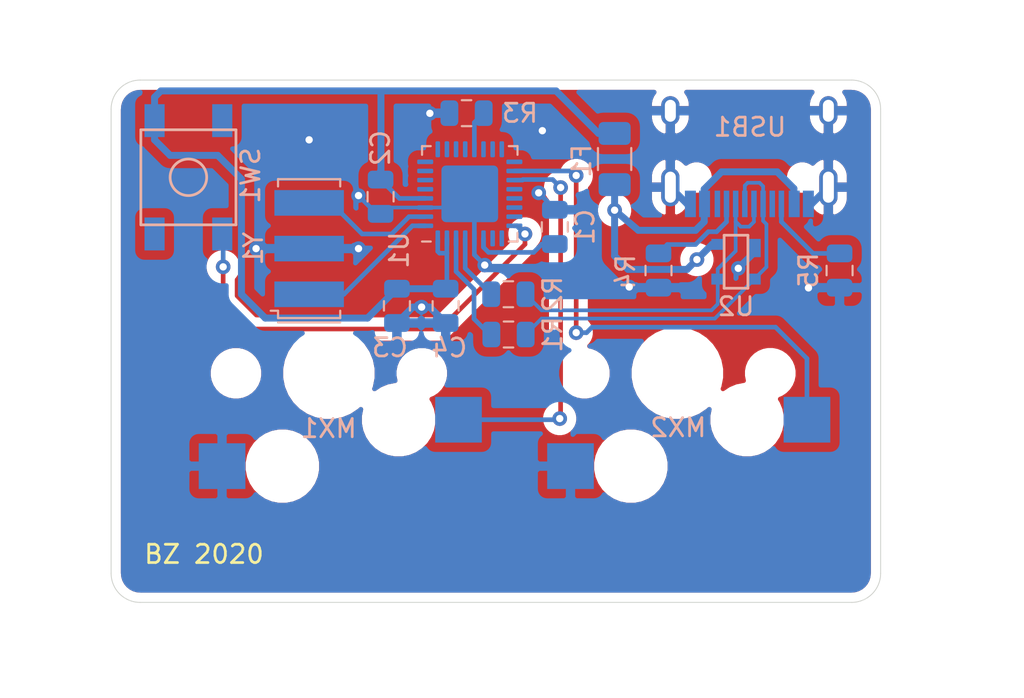
<source format=kicad_pcb>
(kicad_pcb (version 20171130) (host pcbnew 5.1.5+dfsg1-2~bpo9+1)

  (general
    (thickness 1.6)
    (drawings 9)
    (tracks 189)
    (zones 0)
    (modules 17)
    (nets 37)
  )

  (page A4)
  (layers
    (0 F.Cu signal)
    (31 B.Cu signal)
    (32 B.Adhes user)
    (33 F.Adhes user hide)
    (34 B.Paste user)
    (35 F.Paste user)
    (36 B.SilkS user)
    (37 F.SilkS user)
    (38 B.Mask user)
    (39 F.Mask user)
    (40 Dwgs.User user hide)
    (41 Cmts.User user hide)
    (42 Eco1.User user hide)
    (43 Eco2.User user hide)
    (44 Edge.Cuts user hide)
    (45 Margin user hide)
    (46 B.CrtYd user)
    (47 F.CrtYd user hide)
    (48 B.Fab user hide)
    (49 F.Fab user hide)
  )

  (setup
    (last_trace_width 0.254)
    (user_trace_width 0.2032)
    (user_trace_width 0.254)
    (trace_clearance 0.2)
    (zone_clearance 0.508)
    (zone_45_only no)
    (trace_min 0.2)
    (via_size 0.8)
    (via_drill 0.4)
    (via_min_size 0.4)
    (via_min_drill 0.3)
    (uvia_size 0.3)
    (uvia_drill 0.1)
    (uvias_allowed no)
    (uvia_min_size 0.2)
    (uvia_min_drill 0.1)
    (edge_width 0.05)
    (segment_width 0.2)
    (pcb_text_width 0.3)
    (pcb_text_size 1.5 1.5)
    (mod_edge_width 0.12)
    (mod_text_size 1 1)
    (mod_text_width 0.15)
    (pad_size 1.524 1.524)
    (pad_drill 0.762)
    (pad_to_mask_clearance 0.051)
    (solder_mask_min_width 0.25)
    (aux_axis_origin 0 0)
    (visible_elements 7FFFFFFF)
    (pcbplotparams
      (layerselection 0x010fc_ffffffff)
      (usegerberextensions false)
      (usegerberattributes false)
      (usegerberadvancedattributes false)
      (creategerberjobfile false)
      (excludeedgelayer true)
      (linewidth 0.100000)
      (plotframeref false)
      (viasonmask false)
      (mode 1)
      (useauxorigin false)
      (hpglpennumber 1)
      (hpglpenspeed 20)
      (hpglpendiameter 15.000000)
      (psnegative false)
      (psa4output false)
      (plotreference true)
      (plotvalue true)
      (plotinvisibletext false)
      (padsonsilk false)
      (subtractmaskfromsilk false)
      (outputformat 1)
      (mirror false)
      (drillshape 1)
      (scaleselection 1)
      (outputdirectory ""))
  )

  (net 0 "")
  (net 1 GND)
  (net 2 "Net-(C1-Pad1)")
  (net 3 +5V)
  (net 4 VCC)
  (net 5 D+)
  (net 6 "Net-(R2-Pad1)")
  (net 7 D-)
  (net 8 "Net-(U1-Pad26)")
  (net 9 "Net-(U1-Pad25)")
  (net 10 "Net-(U1-Pad22)")
  (net 11 "Net-(U1-Pad21)")
  (net 12 "Net-(U1-Pad20)")
  (net 13 "Net-(U1-Pad12)")
  (net 14 "Net-(U1-Pad11)")
  (net 15 "Net-(U1-Pad10)")
  (net 16 "Net-(U1-Pad9)")
  (net 17 "Net-(U1-Pad8)")
  (net 18 "Net-(U1-Pad1)")
  (net 19 "Net-(R5-Pad2)")
  (net 20 "Net-(USB1-Pad3)")
  (net 21 "Net-(USB1-Pad9)")
  (net 22 MX1)
  (net 23 MX2)
  (net 24 "Net-(U1-Pad17)")
  (net 25 "Net-(U1-Pad16)")
  (net 26 "Net-(R1-Pad1)")
  (net 27 "Net-(R3-Pad2)")
  (net 28 "Net-(R4-Pad2)")
  (net 29 "Net-(U1-Pad23)")
  (net 30 "Net-(U1-Pad15)")
  (net 31 "Net-(U1-Pad14)")
  (net 32 "Net-(U1-Pad7)")
  (net 33 "Net-(U1-Pad6)")
  (net 34 "Net-(U1-Pad5)")
  (net 35 "Net-(U1-Pad2)")
  (net 36 "Net-(SW1-Pad2)")

  (net_class Default "This is the default net class."
    (clearance 0.2)
    (trace_width 0.254)
    (via_dia 0.8)
    (via_drill 0.4)
    (uvia_dia 0.3)
    (uvia_drill 0.1)
    (add_net D+)
    (add_net D-)
    (add_net MX1)
    (add_net MX2)
    (add_net "Net-(C1-Pad1)")
    (add_net "Net-(R1-Pad1)")
    (add_net "Net-(R2-Pad1)")
    (add_net "Net-(R3-Pad2)")
    (add_net "Net-(R4-Pad2)")
    (add_net "Net-(R5-Pad2)")
    (add_net "Net-(SW1-Pad2)")
    (add_net "Net-(U1-Pad1)")
    (add_net "Net-(U1-Pad10)")
    (add_net "Net-(U1-Pad11)")
    (add_net "Net-(U1-Pad12)")
    (add_net "Net-(U1-Pad14)")
    (add_net "Net-(U1-Pad15)")
    (add_net "Net-(U1-Pad16)")
    (add_net "Net-(U1-Pad17)")
    (add_net "Net-(U1-Pad2)")
    (add_net "Net-(U1-Pad20)")
    (add_net "Net-(U1-Pad21)")
    (add_net "Net-(U1-Pad22)")
    (add_net "Net-(U1-Pad23)")
    (add_net "Net-(U1-Pad25)")
    (add_net "Net-(U1-Pad26)")
    (add_net "Net-(U1-Pad5)")
    (add_net "Net-(U1-Pad6)")
    (add_net "Net-(U1-Pad7)")
    (add_net "Net-(U1-Pad8)")
    (add_net "Net-(U1-Pad9)")
    (add_net "Net-(USB1-Pad3)")
    (add_net "Net-(USB1-Pad9)")
  )

  (net_class power ""
    (clearance 0.2)
    (trace_width 0.381)
    (via_dia 0.8)
    (via_drill 0.4)
    (uvia_dia 0.3)
    (uvia_drill 0.1)
    (add_net +5V)
    (add_net GND)
    (add_net VCC)
  )

  (module Type-C:HRO-TYPE-C-31-M-12 (layer B.Cu) (tedit 5C42C658) (tstamp 5E856C5B)
    (at 76.16825 115.7605)
    (path /5E891AC0)
    (attr smd)
    (fp_text reference USB1 (at 0.03175 3.4925) (layer B.SilkS)
      (effects (font (size 1 1) (thickness 0.15)) (justify mirror))
    )
    (fp_text value HRO-TYPE-C-31-M-12 (at 0 -1.15) (layer Dwgs.User)
      (effects (font (size 1 1) (thickness 0.15)))
    )
    (fp_line (start -4.47 0) (end 4.47 0) (layer Dwgs.User) (width 0.15))
    (fp_line (start -4.47 0) (end -4.47 7.3) (layer Dwgs.User) (width 0.15))
    (fp_line (start 4.47 0) (end 4.47 7.3) (layer Dwgs.User) (width 0.15))
    (fp_line (start -4.47 7.3) (end 4.47 7.3) (layer Dwgs.User) (width 0.15))
    (pad 12 smd rect (at 3.225 7.695) (size 0.6 1.45) (layers B.Cu B.Paste B.Mask)
      (net 1 GND))
    (pad 1 smd rect (at -3.225 7.695) (size 0.6 1.45) (layers B.Cu B.Paste B.Mask)
      (net 1 GND))
    (pad 11 smd rect (at 2.45 7.695) (size 0.6 1.45) (layers B.Cu B.Paste B.Mask)
      (net 4 VCC))
    (pad 2 smd rect (at -2.45 7.695) (size 0.6 1.45) (layers B.Cu B.Paste B.Mask)
      (net 4 VCC))
    (pad 3 smd rect (at -1.75 7.695) (size 0.3 1.45) (layers B.Cu B.Paste B.Mask)
      (net 20 "Net-(USB1-Pad3)"))
    (pad 10 smd rect (at 1.75 7.695) (size 0.3 1.45) (layers B.Cu B.Paste B.Mask)
      (net 19 "Net-(R5-Pad2)"))
    (pad 4 smd rect (at -1.25 7.695) (size 0.3 1.45) (layers B.Cu B.Paste B.Mask)
      (net 28 "Net-(R4-Pad2)"))
    (pad 9 smd rect (at 1.25 7.695) (size 0.3 1.45) (layers B.Cu B.Paste B.Mask)
      (net 21 "Net-(USB1-Pad9)"))
    (pad 5 smd rect (at -0.75 7.695) (size 0.3 1.45) (layers B.Cu B.Paste B.Mask)
      (net 5 D+))
    (pad 8 smd rect (at 0.75 7.695) (size 0.3 1.45) (layers B.Cu B.Paste B.Mask)
      (net 7 D-))
    (pad 7 smd rect (at 0.25 7.695) (size 0.3 1.45) (layers B.Cu B.Paste B.Mask)
      (net 5 D+))
    (pad 6 smd rect (at -0.25 7.695) (size 0.3 1.45) (layers B.Cu B.Paste B.Mask)
      (net 7 D-))
    (pad "" np_thru_hole circle (at 2.89 6.25) (size 0.65 0.65) (drill 0.65) (layers *.Cu *.Mask))
    (pad "" np_thru_hole circle (at -2.89 6.25) (size 0.65 0.65) (drill 0.65) (layers *.Cu *.Mask))
    (pad 13 thru_hole oval (at -4.32 6.78) (size 1 2.1) (drill oval 0.6 1.7) (layers *.Cu F.Mask)
      (net 1 GND))
    (pad 13 thru_hole oval (at 4.32 6.78) (size 1 2.1) (drill oval 0.6 1.7) (layers *.Cu F.Mask)
      (net 1 GND))
    (pad 13 thru_hole oval (at -4.32 2.6) (size 1 1.6) (drill oval 0.6 1.2) (layers *.Cu F.Mask)
      (net 1 GND))
    (pad 13 thru_hole oval (at 4.32 2.6) (size 1 1.6) (drill oval 0.6 1.2) (layers *.Cu F.Mask)
      (net 1 GND))
  )

  (module random-keyboard-parts:SKQG-1155865 (layer B.Cu) (tedit 5E62B398) (tstamp 5E86813F)
    (at 45.5 122 90)
    (path /5E8A8638)
    (attr smd)
    (fp_text reference SW1 (at 0.1 3.4 90) (layer B.SilkS)
      (effects (font (size 1 1) (thickness 0.15)) (justify mirror))
    )
    (fp_text value SW_PUSH (at 0 4.064 90) (layer B.Fab)
      (effects (font (size 1 1) (thickness 0.15)) (justify mirror))
    )
    (fp_line (start -2.6 2.6) (end 2.6 2.6) (layer B.SilkS) (width 0.15))
    (fp_line (start 2.6 2.6) (end 2.6 -2.6) (layer B.SilkS) (width 0.15))
    (fp_line (start 2.6 -2.6) (end -2.6 -2.6) (layer B.SilkS) (width 0.15))
    (fp_line (start -2.6 -2.6) (end -2.6 2.6) (layer B.SilkS) (width 0.15))
    (fp_circle (center 0 0) (end 1 0) (layer B.SilkS) (width 0.15))
    (fp_line (start -4.2 2.6) (end 4.2 2.6) (layer B.Fab) (width 0.15))
    (fp_line (start 4.2 2.6) (end 4.2 1.2) (layer B.Fab) (width 0.15))
    (fp_line (start 4.2 1.1) (end 2.6 1.1) (layer B.Fab) (width 0.15))
    (fp_line (start 2.6 1.1) (end 2.6 -1.1) (layer B.Fab) (width 0.15))
    (fp_line (start 2.6 -1.1) (end 4.2 -1.1) (layer B.Fab) (width 0.15))
    (fp_line (start 4.2 -1.1) (end 4.2 -2.6) (layer B.Fab) (width 0.15))
    (fp_line (start 4.2 -2.6) (end -4.2 -2.6) (layer B.Fab) (width 0.15))
    (fp_line (start -4.2 -2.6) (end -4.2 -1.1) (layer B.Fab) (width 0.15))
    (fp_line (start -4.2 -1.1) (end -2.6 -1.1) (layer B.Fab) (width 0.15))
    (fp_line (start -2.6 -1.1) (end -2.6 1.1) (layer B.Fab) (width 0.15))
    (fp_line (start -2.6 1.1) (end -4.2 1.1) (layer B.Fab) (width 0.15))
    (fp_line (start -4.2 1.1) (end -4.2 2.6) (layer B.Fab) (width 0.15))
    (fp_circle (center 0 0) (end 1 0) (layer B.Fab) (width 0.15))
    (fp_line (start -2.6 1.1) (end -1.1 2.6) (layer B.Fab) (width 0.15))
    (fp_line (start 2.6 1.1) (end 1.1 2.6) (layer B.Fab) (width 0.15))
    (fp_line (start 2.6 -1.1) (end 1.1 -2.6) (layer B.Fab) (width 0.15))
    (fp_line (start -2.6 -1.1) (end -1.1 -2.6) (layer B.Fab) (width 0.15))
    (pad 4 smd rect (at -3.1 -1.85 90) (size 1.8 1.1) (layers B.Cu B.Paste B.Mask))
    (pad 3 smd rect (at 3.1 1.85 90) (size 1.8 1.1) (layers B.Cu B.Paste B.Mask))
    (pad 2 smd rect (at -3.1 1.85 90) (size 1.8 1.1) (layers B.Cu B.Paste B.Mask)
      (net 36 "Net-(SW1-Pad2)"))
    (pad 1 smd rect (at 3.1 -1.85 90) (size 1.8 1.1) (layers B.Cu B.Paste B.Mask)
      (net 3 +5V))
    (model ${KISYS3DMOD}/Button_Switch_SMD.3dshapes/SW_SPST_TL3342.step
      (at (xyz 0 0 0))
      (scale (xyz 1 1 1))
      (rotate (xyz 0 0 0))
    )
  )

  (module MX_Only:MXOnly-1U-Hotswap (layer F.Cu) (tedit 5BFF7B40) (tstamp 5E8565A6)
    (at 72.23125 132.722 180)
    (path /5E866005)
    (attr smd)
    (fp_text reference MX2 (at -0.03875 -2.958 180) (layer B.CrtYd)
      (effects (font (size 1 1) (thickness 0.15)) (justify mirror))
    )
    (fp_text value MX-NoLED (at 0 -7.9375 180) (layer Dwgs.User)
      (effects (font (size 1 1) (thickness 0.15)))
    )
    (fp_line (start -5.842 -1.27) (end -5.842 -3.81) (layer B.CrtYd) (width 0.15))
    (fp_line (start -8.382 -1.27) (end -5.842 -1.27) (layer B.CrtYd) (width 0.15))
    (fp_line (start -8.382 -3.81) (end -8.382 -1.27) (layer B.CrtYd) (width 0.15))
    (fp_line (start -5.842 -3.81) (end -8.382 -3.81) (layer B.CrtYd) (width 0.15))
    (fp_line (start 4.572 -3.81) (end 4.572 -6.35) (layer B.CrtYd) (width 0.15))
    (fp_line (start 7.112 -3.81) (end 4.572 -3.81) (layer B.CrtYd) (width 0.15))
    (fp_line (start 7.112 -6.35) (end 7.112 -3.81) (layer B.CrtYd) (width 0.15))
    (fp_line (start 4.572 -6.35) (end 7.112 -6.35) (layer B.CrtYd) (width 0.15))
    (fp_circle (center -3.81 -2.54) (end -3.81 -4.064) (layer B.CrtYd) (width 0.15))
    (fp_circle (center 2.54 -5.08) (end 2.54 -6.604) (layer B.CrtYd) (width 0.15))
    (fp_text user %R (at -0.04875 -2.968 180) (layer B.SilkS)
      (effects (font (size 1 1) (thickness 0.15)) (justify mirror))
    )
    (fp_line (start -9.525 9.525) (end -9.525 -9.525) (layer Dwgs.User) (width 0.15))
    (fp_line (start 9.525 9.525) (end -9.525 9.525) (layer Dwgs.User) (width 0.15))
    (fp_line (start 9.525 -9.525) (end 9.525 9.525) (layer Dwgs.User) (width 0.15))
    (fp_line (start -9.525 -9.525) (end 9.525 -9.525) (layer Dwgs.User) (width 0.15))
    (fp_line (start -7 -7) (end -7 -5) (layer Dwgs.User) (width 0.15))
    (fp_line (start -5 -7) (end -7 -7) (layer Dwgs.User) (width 0.15))
    (fp_line (start -7 7) (end -5 7) (layer Dwgs.User) (width 0.15))
    (fp_line (start -7 5) (end -7 7) (layer Dwgs.User) (width 0.15))
    (fp_line (start 7 7) (end 7 5) (layer Dwgs.User) (width 0.15))
    (fp_line (start 5 7) (end 7 7) (layer Dwgs.User) (width 0.15))
    (fp_line (start 7 -7) (end 7 -5) (layer Dwgs.User) (width 0.15))
    (fp_line (start 5 -7) (end 7 -7) (layer Dwgs.User) (width 0.15))
    (pad 2 smd rect (at 5.842 -5.08 180) (size 2.55 2.5) (layers B.Cu B.Paste B.Mask)
      (net 1 GND))
    (pad 1 smd rect (at -7.085 -2.54 180) (size 2.55 2.5) (layers B.Cu B.Paste B.Mask)
      (net 23 MX2))
    (pad "" np_thru_hole circle (at 5.08 0 228.0996) (size 1.75 1.75) (drill 1.75) (layers *.Cu *.Mask))
    (pad "" np_thru_hole circle (at -5.08 0 228.0996) (size 1.75 1.75) (drill 1.75) (layers *.Cu *.Mask))
    (pad "" np_thru_hole circle (at -3.81 -2.54 180) (size 3 3) (drill 3) (layers *.Cu *.Mask))
    (pad "" np_thru_hole circle (at 0 0 180) (size 3.9878 3.9878) (drill 3.9878) (layers *.Cu *.Mask))
    (pad "" np_thru_hole circle (at 2.54 -5.08 180) (size 3 3) (drill 3) (layers *.Cu *.Mask))
  )

  (module MX_Only:MXOnly-1U-Hotswap (layer F.Cu) (tedit 5BFF7B40) (tstamp 5E856584)
    (at 53.18125 132.722 180)
    (path /5E8621CA)
    (attr smd)
    (fp_text reference MX1 (at 0.01125 -3.018) (layer B.CrtYd)
      (effects (font (size 1 1) (thickness 0.15)) (justify mirror))
    )
    (fp_text value MX-NoLED (at 0 -7.9375) (layer Dwgs.User)
      (effects (font (size 1 1) (thickness 0.15)))
    )
    (fp_line (start -5.842 -1.27) (end -5.842 -3.81) (layer B.CrtYd) (width 0.15))
    (fp_line (start -8.382 -1.27) (end -5.842 -1.27) (layer B.CrtYd) (width 0.15))
    (fp_line (start -8.382 -3.81) (end -8.382 -1.27) (layer B.CrtYd) (width 0.15))
    (fp_line (start -5.842 -3.81) (end -8.382 -3.81) (layer B.CrtYd) (width 0.15))
    (fp_line (start 4.572 -3.81) (end 4.572 -6.35) (layer B.CrtYd) (width 0.15))
    (fp_line (start 7.112 -3.81) (end 4.572 -3.81) (layer B.CrtYd) (width 0.15))
    (fp_line (start 7.112 -6.35) (end 7.112 -3.81) (layer B.CrtYd) (width 0.15))
    (fp_line (start 4.572 -6.35) (end 7.112 -6.35) (layer B.CrtYd) (width 0.15))
    (fp_circle (center -3.81 -2.54) (end -3.81 -4.064) (layer B.CrtYd) (width 0.15))
    (fp_circle (center 2.54 -5.08) (end 2.54 -6.604) (layer B.CrtYd) (width 0.15))
    (fp_text user %R (at 0.01125 -3.018) (layer B.SilkS)
      (effects (font (size 1 1) (thickness 0.15)) (justify mirror))
    )
    (fp_line (start -9.525 9.525) (end -9.525 -9.525) (layer Dwgs.User) (width 0.15))
    (fp_line (start 9.525 9.525) (end -9.525 9.525) (layer Dwgs.User) (width 0.15))
    (fp_line (start 9.525 -9.525) (end 9.525 9.525) (layer Dwgs.User) (width 0.15))
    (fp_line (start -9.525 -9.525) (end 9.525 -9.525) (layer Dwgs.User) (width 0.15))
    (fp_line (start -7 -7) (end -7 -5) (layer Dwgs.User) (width 0.15))
    (fp_line (start -5 -7) (end -7 -7) (layer Dwgs.User) (width 0.15))
    (fp_line (start -7 7) (end -5 7) (layer Dwgs.User) (width 0.15))
    (fp_line (start -7 5) (end -7 7) (layer Dwgs.User) (width 0.15))
    (fp_line (start 7 7) (end 7 5) (layer Dwgs.User) (width 0.15))
    (fp_line (start 5 7) (end 7 7) (layer Dwgs.User) (width 0.15))
    (fp_line (start 7 -7) (end 7 -5) (layer Dwgs.User) (width 0.15))
    (fp_line (start 5 -7) (end 7 -7) (layer Dwgs.User) (width 0.15))
    (pad 2 smd rect (at 5.842 -5.08 180) (size 2.55 2.5) (layers B.Cu B.Paste B.Mask)
      (net 1 GND))
    (pad 1 smd rect (at -7.085 -2.54 180) (size 2.55 2.5) (layers B.Cu B.Paste B.Mask)
      (net 22 MX1))
    (pad "" np_thru_hole circle (at 5.08 0 228.0996) (size 1.75 1.75) (drill 1.75) (layers *.Cu *.Mask))
    (pad "" np_thru_hole circle (at -5.08 0 228.0996) (size 1.75 1.75) (drill 1.75) (layers *.Cu *.Mask))
    (pad "" np_thru_hole circle (at -3.81 -2.54 180) (size 3 3) (drill 3) (layers *.Cu *.Mask))
    (pad "" np_thru_hole circle (at 0 0 180) (size 3.9878 3.9878) (drill 3.9878) (layers *.Cu *.Mask))
    (pad "" np_thru_hole circle (at 2.54 -5.08 180) (size 3 3) (drill 3) (layers *.Cu *.Mask))
  )

  (module Crystal:Resonator_SMD-3Pin_7.2x3.0mm (layer B.Cu) (tedit 5A0FD1B2) (tstamp 5E867F0F)
    (at 52.1 125.9 90)
    (descr "SMD Resomator/Filter 7.2x3.0mm, Murata CSTCC8M00G53-R0; 8MHz resonator, SMD, Farnell (Element 14) #1170435, http://www.farnell.com/datasheets/19296.pdf?_ga=1.247244932.122297557.1475167906, 7.2x3.0mm^2 package")
    (tags "SMD SMT ceramic resonator filter filter")
    (path /5E948D86)
    (attr smd)
    (fp_text reference Y1 (at 0 -3.048 90) (layer B.SilkS)
      (effects (font (size 1 1) (thickness 0.15)) (justify mirror))
    )
    (fp_text value "16 MHz" (at 0 -2.9 90) (layer B.Fab)
      (effects (font (size 1 1) (thickness 0.15)) (justify mirror))
    )
    (fp_line (start 3.9 2.2) (end -3.9 2.2) (layer B.CrtYd) (width 0.05))
    (fp_line (start 3.9 -2.2) (end 3.9 2.2) (layer B.CrtYd) (width 0.05))
    (fp_line (start -3.9 -2.2) (end 3.9 -2.2) (layer B.CrtYd) (width 0.05))
    (fp_line (start -3.9 2.2) (end -3.9 -2.2) (layer B.CrtYd) (width 0.05))
    (fp_line (start -3.8 1.7) (end -3.4 1.7) (layer B.SilkS) (width 0.12))
    (fp_line (start -3.8 -1.7) (end -3.8 1.7) (layer B.SilkS) (width 0.12))
    (fp_line (start -3.4 -1.7) (end -3.8 -1.7) (layer B.SilkS) (width 0.12))
    (fp_line (start -3.4 -2.1) (end -3.4 -1.7) (layer B.SilkS) (width 0.12))
    (fp_line (start -4.04 1.7) (end -4.04 -1.7) (layer B.SilkS) (width 0.12))
    (fp_line (start 3.8 -1.7) (end 3.4 -1.7) (layer B.SilkS) (width 0.12))
    (fp_line (start 3.8 1.7) (end 3.8 -1.7) (layer B.SilkS) (width 0.12))
    (fp_line (start 3.4 1.7) (end 3.8 1.7) (layer B.SilkS) (width 0.12))
    (fp_line (start -3.6 -0.5) (end -2.6 -1.5) (layer B.Fab) (width 0.1))
    (fp_line (start 3.6 1.5) (end -3.6 1.5) (layer B.Fab) (width 0.1))
    (fp_line (start 3.6 -1.5) (end 3.6 1.5) (layer B.Fab) (width 0.1))
    (fp_line (start -3.6 -1.5) (end 3.6 -1.5) (layer B.Fab) (width 0.1))
    (fp_line (start -3.6 1.5) (end -3.6 -1.5) (layer B.Fab) (width 0.1))
    (fp_text user %R (at 0 0 90) (layer B.Fab)
      (effects (font (size 1 1) (thickness 0.15)) (justify mirror))
    )
    (pad 3 smd rect (at 2.5 0 90) (size 1.4 3.8) (layers B.Cu B.Paste B.Mask)
      (net 35 "Net-(U1-Pad2)"))
    (pad 2 smd rect (at 0 0 90) (size 1.4 3.8) (layers B.Cu B.Paste B.Mask)
      (net 1 GND))
    (pad 1 smd rect (at -2.5 0 90) (size 1.4 3.8) (layers B.Cu B.Paste B.Mask)
      (net 18 "Net-(U1-Pad1)"))
    (model ${KISYS3DMOD}/Crystal.3dshapes/Resonator_SMD-3Pin_7.2x3.0mm.wrl
      (at (xyz 0 0 0))
      (scale (xyz 1 1 1))
      (rotate (xyz 0 0 0))
    )
  )

  (module random-keyboard-parts:SOT143B (layer B.Cu) (tedit 5E62B3A6) (tstamp 5E856650)
    (at 75.438 126.619 180)
    (path /5E8A74B6)
    (attr smd)
    (fp_text reference U2 (at 0 -2.45) (layer B.SilkS)
      (effects (font (size 1 1) (thickness 0.15)) (justify mirror))
    )
    (fp_text value PRTR5V0U2X (at 0 2.3) (layer B.Fab)
      (effects (font (size 1 1) (thickness 0.15)) (justify mirror))
    )
    (fp_line (start 0.65 1.45) (end 0.65 -1.45) (layer B.SilkS) (width 0.15))
    (fp_line (start 0.65 1.45) (end -0.65 1.45) (layer B.SilkS) (width 0.15))
    (fp_line (start -0.65 1.45) (end -0.65 -1.45) (layer B.SilkS) (width 0.15))
    (fp_line (start -0.65 -1.45) (end 0.65 -1.45) (layer B.SilkS) (width 0.15))
    (fp_line (start 1.45 1.45) (end 1.45 -1.45) (layer B.Fab) (width 0.15))
    (fp_line (start 1.45 -1.45) (end -1.45 -1.45) (layer B.Fab) (width 0.15))
    (fp_line (start -1.45 -1.45) (end -1.45 1.45) (layer B.Fab) (width 0.15))
    (fp_line (start -1.45 1.45) (end 1.45 1.45) (layer B.Fab) (width 0.15))
    (fp_line (start 0.65 1.45) (end 0.65 -1.45) (layer B.Fab) (width 0.15))
    (fp_line (start -0.65 -1.45) (end -0.65 1.45) (layer B.Fab) (width 0.15))
    (fp_line (start -0.65 0.1) (end -1.45 0.1) (layer B.Fab) (width 0.15))
    (fp_line (start -1.45 -0.55) (end -0.65 -0.55) (layer B.Fab) (width 0.15))
    (fp_line (start 0.65 0.55) (end 1.45 0.55) (layer B.Fab) (width 0.15))
    (fp_line (start 1.45 -0.55) (end 0.65 -0.55) (layer B.Fab) (width 0.15))
    (pad 1 smd rect (at -1 0.75 270) (size 1 0.7) (layers B.Cu B.Paste B.Mask)
      (net 1 GND))
    (pad 4 smd rect (at 1 0.95 270) (size 0.6 0.7) (layers B.Cu B.Paste B.Mask)
      (net 4 VCC))
    (pad 2 smd rect (at -1 -0.95 270) (size 0.6 0.7) (layers B.Cu B.Paste B.Mask)
      (net 7 D-))
    (pad 3 smd rect (at 1 -0.95 270) (size 0.6 0.7) (layers B.Cu B.Paste B.Mask)
      (net 5 D+))
    (model ${KISYS3DMOD}/Package_TO_SOT_SMD.3dshapes/SOT-143.step
      (at (xyz 0 0 0))
      (scale (xyz 1 1 1))
      (rotate (xyz 0 0 0))
    )
  )

  (module Package_DFN_QFN:QFN-32-1EP_5x5mm_P0.5mm_EP3.1x3.1mm (layer B.Cu) (tedit 5B4E60CE) (tstamp 5E85DC91)
    (at 60.8825 122.90425)
    (descr "QFN, 32 Pin (http://ww1.microchip.com/downloads/en/DeviceDoc/8008S.pdf (Page 20)), generated with kicad-footprint-generator ipc_dfn_qfn_generator.py")
    (tags "QFN DFN_QFN")
    (path /5E859491)
    (attr smd)
    (fp_text reference U1 (at -3.8595 3.07975 90) (layer B.SilkS)
      (effects (font (size 1 1) (thickness 0.15)) (justify mirror))
    )
    (fp_text value ATmega32U2-MU (at 0 -3.82) (layer B.Fab)
      (effects (font (size 1 1) (thickness 0.15)) (justify mirror))
    )
    (fp_text user %R (at 0 0) (layer B.Fab)
      (effects (font (size 1 1) (thickness 0.15)) (justify mirror))
    )
    (fp_line (start 3.12 3.12) (end -3.12 3.12) (layer B.CrtYd) (width 0.05))
    (fp_line (start 3.12 -3.12) (end 3.12 3.12) (layer B.CrtYd) (width 0.05))
    (fp_line (start -3.12 -3.12) (end 3.12 -3.12) (layer B.CrtYd) (width 0.05))
    (fp_line (start -3.12 3.12) (end -3.12 -3.12) (layer B.CrtYd) (width 0.05))
    (fp_line (start -2.5 1.5) (end -1.5 2.5) (layer B.Fab) (width 0.1))
    (fp_line (start -2.5 -2.5) (end -2.5 1.5) (layer B.Fab) (width 0.1))
    (fp_line (start 2.5 -2.5) (end -2.5 -2.5) (layer B.Fab) (width 0.1))
    (fp_line (start 2.5 2.5) (end 2.5 -2.5) (layer B.Fab) (width 0.1))
    (fp_line (start -1.5 2.5) (end 2.5 2.5) (layer B.Fab) (width 0.1))
    (fp_line (start -2.135 2.61) (end -2.61 2.61) (layer B.SilkS) (width 0.12))
    (fp_line (start 2.61 -2.61) (end 2.61 -2.135) (layer B.SilkS) (width 0.12))
    (fp_line (start 2.135 -2.61) (end 2.61 -2.61) (layer B.SilkS) (width 0.12))
    (fp_line (start -2.61 -2.61) (end -2.61 -2.135) (layer B.SilkS) (width 0.12))
    (fp_line (start -2.135 -2.61) (end -2.61 -2.61) (layer B.SilkS) (width 0.12))
    (fp_line (start 2.61 2.61) (end 2.61 2.135) (layer B.SilkS) (width 0.12))
    (fp_line (start 2.135 2.61) (end 2.61 2.61) (layer B.SilkS) (width 0.12))
    (pad 32 smd roundrect (at -1.75 2.4375) (size 0.25 0.875) (layers B.Cu B.Paste B.Mask) (roundrect_rratio 0.25)
      (net 3 +5V))
    (pad 31 smd roundrect (at -1.25 2.4375) (size 0.25 0.875) (layers B.Cu B.Paste B.Mask) (roundrect_rratio 0.25)
      (net 3 +5V))
    (pad 30 smd roundrect (at -0.75 2.4375) (size 0.25 0.875) (layers B.Cu B.Paste B.Mask) (roundrect_rratio 0.25)
      (net 26 "Net-(R1-Pad1)"))
    (pad 29 smd roundrect (at -0.25 2.4375) (size 0.25 0.875) (layers B.Cu B.Paste B.Mask) (roundrect_rratio 0.25)
      (net 6 "Net-(R2-Pad1)"))
    (pad 28 smd roundrect (at 0.25 2.4375) (size 0.25 0.875) (layers B.Cu B.Paste B.Mask) (roundrect_rratio 0.25)
      (net 1 GND))
    (pad 27 smd roundrect (at 0.75 2.4375) (size 0.25 0.875) (layers B.Cu B.Paste B.Mask) (roundrect_rratio 0.25)
      (net 2 "Net-(C1-Pad1)"))
    (pad 26 smd roundrect (at 1.25 2.4375) (size 0.25 0.875) (layers B.Cu B.Paste B.Mask) (roundrect_rratio 0.25)
      (net 8 "Net-(U1-Pad26)"))
    (pad 25 smd roundrect (at 1.75 2.4375) (size 0.25 0.875) (layers B.Cu B.Paste B.Mask) (roundrect_rratio 0.25)
      (net 9 "Net-(U1-Pad25)"))
    (pad 24 smd roundrect (at 2.4375 1.75) (size 0.875 0.25) (layers B.Cu B.Paste B.Mask) (roundrect_rratio 0.25)
      (net 36 "Net-(SW1-Pad2)"))
    (pad 23 smd roundrect (at 2.4375 1.25) (size 0.875 0.25) (layers B.Cu B.Paste B.Mask) (roundrect_rratio 0.25)
      (net 29 "Net-(U1-Pad23)"))
    (pad 22 smd roundrect (at 2.4375 0.75) (size 0.875 0.25) (layers B.Cu B.Paste B.Mask) (roundrect_rratio 0.25)
      (net 10 "Net-(U1-Pad22)"))
    (pad 21 smd roundrect (at 2.4375 0.25) (size 0.875 0.25) (layers B.Cu B.Paste B.Mask) (roundrect_rratio 0.25)
      (net 11 "Net-(U1-Pad21)"))
    (pad 20 smd roundrect (at 2.4375 -0.25) (size 0.875 0.25) (layers B.Cu B.Paste B.Mask) (roundrect_rratio 0.25)
      (net 12 "Net-(U1-Pad20)"))
    (pad 19 smd roundrect (at 2.4375 -0.75) (size 0.875 0.25) (layers B.Cu B.Paste B.Mask) (roundrect_rratio 0.25)
      (net 22 MX1))
    (pad 18 smd roundrect (at 2.4375 -1.25) (size 0.875 0.25) (layers B.Cu B.Paste B.Mask) (roundrect_rratio 0.25)
      (net 23 MX2))
    (pad 17 smd roundrect (at 2.4375 -1.75) (size 0.875 0.25) (layers B.Cu B.Paste B.Mask) (roundrect_rratio 0.25)
      (net 24 "Net-(U1-Pad17)"))
    (pad 16 smd roundrect (at 1.75 -2.4375) (size 0.25 0.875) (layers B.Cu B.Paste B.Mask) (roundrect_rratio 0.25)
      (net 25 "Net-(U1-Pad16)"))
    (pad 15 smd roundrect (at 1.25 -2.4375) (size 0.25 0.875) (layers B.Cu B.Paste B.Mask) (roundrect_rratio 0.25)
      (net 30 "Net-(U1-Pad15)"))
    (pad 14 smd roundrect (at 0.75 -2.4375) (size 0.25 0.875) (layers B.Cu B.Paste B.Mask) (roundrect_rratio 0.25)
      (net 31 "Net-(U1-Pad14)"))
    (pad 13 smd roundrect (at 0.25 -2.4375) (size 0.25 0.875) (layers B.Cu B.Paste B.Mask) (roundrect_rratio 0.25)
      (net 27 "Net-(R3-Pad2)"))
    (pad 12 smd roundrect (at -0.25 -2.4375) (size 0.25 0.875) (layers B.Cu B.Paste B.Mask) (roundrect_rratio 0.25)
      (net 13 "Net-(U1-Pad12)"))
    (pad 11 smd roundrect (at -0.75 -2.4375) (size 0.25 0.875) (layers B.Cu B.Paste B.Mask) (roundrect_rratio 0.25)
      (net 14 "Net-(U1-Pad11)"))
    (pad 10 smd roundrect (at -1.25 -2.4375) (size 0.25 0.875) (layers B.Cu B.Paste B.Mask) (roundrect_rratio 0.25)
      (net 15 "Net-(U1-Pad10)"))
    (pad 9 smd roundrect (at -1.75 -2.4375) (size 0.25 0.875) (layers B.Cu B.Paste B.Mask) (roundrect_rratio 0.25)
      (net 16 "Net-(U1-Pad9)"))
    (pad 8 smd roundrect (at -2.4375 -1.75) (size 0.875 0.25) (layers B.Cu B.Paste B.Mask) (roundrect_rratio 0.25)
      (net 17 "Net-(U1-Pad8)"))
    (pad 7 smd roundrect (at -2.4375 -1.25) (size 0.875 0.25) (layers B.Cu B.Paste B.Mask) (roundrect_rratio 0.25)
      (net 32 "Net-(U1-Pad7)"))
    (pad 6 smd roundrect (at -2.4375 -0.75) (size 0.875 0.25) (layers B.Cu B.Paste B.Mask) (roundrect_rratio 0.25)
      (net 33 "Net-(U1-Pad6)"))
    (pad 5 smd roundrect (at -2.4375 -0.25) (size 0.875 0.25) (layers B.Cu B.Paste B.Mask) (roundrect_rratio 0.25)
      (net 34 "Net-(U1-Pad5)"))
    (pad 4 smd roundrect (at -2.4375 0.25) (size 0.875 0.25) (layers B.Cu B.Paste B.Mask) (roundrect_rratio 0.25)
      (net 3 +5V))
    (pad 3 smd roundrect (at -2.4375 0.75) (size 0.875 0.25) (layers B.Cu B.Paste B.Mask) (roundrect_rratio 0.25)
      (net 1 GND))
    (pad 2 smd roundrect (at -2.4375 1.25) (size 0.875 0.25) (layers B.Cu B.Paste B.Mask) (roundrect_rratio 0.25)
      (net 35 "Net-(U1-Pad2)"))
    (pad 1 smd roundrect (at -2.4375 1.75) (size 0.875 0.25) (layers B.Cu B.Paste B.Mask) (roundrect_rratio 0.25)
      (net 18 "Net-(U1-Pad1)"))
    (pad "" smd roundrect (at 1.03 -1.03) (size 0.83 0.83) (layers B.Paste) (roundrect_rratio 0.25))
    (pad "" smd roundrect (at 1.03 0) (size 0.83 0.83) (layers B.Paste) (roundrect_rratio 0.25))
    (pad "" smd roundrect (at 1.03 1.03) (size 0.83 0.83) (layers B.Paste) (roundrect_rratio 0.25))
    (pad "" smd roundrect (at 0 -1.03) (size 0.83 0.83) (layers B.Paste) (roundrect_rratio 0.25))
    (pad "" smd roundrect (at 0 0) (size 0.83 0.83) (layers B.Paste) (roundrect_rratio 0.25))
    (pad "" smd roundrect (at 0 1.03) (size 0.83 0.83) (layers B.Paste) (roundrect_rratio 0.25))
    (pad "" smd roundrect (at -1.03 -1.03) (size 0.83 0.83) (layers B.Paste) (roundrect_rratio 0.25))
    (pad "" smd roundrect (at -1.03 0) (size 0.83 0.83) (layers B.Paste) (roundrect_rratio 0.25))
    (pad "" smd roundrect (at -1.03 1.03) (size 0.83 0.83) (layers B.Paste) (roundrect_rratio 0.25))
    (pad 33 smd roundrect (at 0 0) (size 3.1 3.1) (layers B.Cu B.Mask) (roundrect_rratio 0.08064499999999999)
      (net 1 GND))
    (model ${KISYS3DMOD}/Package_DFN_QFN.3dshapes/QFN-32-1EP_5x5mm_P0.5mm_EP3.1x3.1mm.wrl
      (at (xyz 0 0 0))
      (scale (xyz 1 1 1))
      (rotate (xyz 0 0 0))
    )
  )

  (module Resistor_SMD:R_0805_2012Metric (layer B.Cu) (tedit 5B36C52B) (tstamp 5E8565FB)
    (at 81.1 127.1 90)
    (descr "Resistor SMD 0805 (2012 Metric), square (rectangular) end terminal, IPC_7351 nominal, (Body size source: https://docs.google.com/spreadsheets/d/1BsfQQcO9C6DZCsRaXUlFlo91Tg2WpOkGARC1WS5S8t0/edit?usp=sharing), generated with kicad-footprint-generator")
    (tags resistor)
    (path /5E8AA0C4)
    (attr smd)
    (fp_text reference R5 (at 0 -1.7 90) (layer B.SilkS)
      (effects (font (size 1 1) (thickness 0.15)) (justify mirror))
    )
    (fp_text value 5.1k (at 0 -1.65 90) (layer B.Fab)
      (effects (font (size 1 1) (thickness 0.15)) (justify mirror))
    )
    (fp_text user %R (at 0 0 90) (layer B.Fab)
      (effects (font (size 0.5 0.5) (thickness 0.08)) (justify mirror))
    )
    (fp_line (start 1.68 -0.95) (end -1.68 -0.95) (layer B.CrtYd) (width 0.05))
    (fp_line (start 1.68 0.95) (end 1.68 -0.95) (layer B.CrtYd) (width 0.05))
    (fp_line (start -1.68 0.95) (end 1.68 0.95) (layer B.CrtYd) (width 0.05))
    (fp_line (start -1.68 -0.95) (end -1.68 0.95) (layer B.CrtYd) (width 0.05))
    (fp_line (start -0.258578 -0.71) (end 0.258578 -0.71) (layer B.SilkS) (width 0.12))
    (fp_line (start -0.258578 0.71) (end 0.258578 0.71) (layer B.SilkS) (width 0.12))
    (fp_line (start 1 -0.6) (end -1 -0.6) (layer B.Fab) (width 0.1))
    (fp_line (start 1 0.6) (end 1 -0.6) (layer B.Fab) (width 0.1))
    (fp_line (start -1 0.6) (end 1 0.6) (layer B.Fab) (width 0.1))
    (fp_line (start -1 -0.6) (end -1 0.6) (layer B.Fab) (width 0.1))
    (pad 2 smd roundrect (at 0.9375 0 90) (size 0.975 1.4) (layers B.Cu B.Paste B.Mask) (roundrect_rratio 0.25)
      (net 19 "Net-(R5-Pad2)"))
    (pad 1 smd roundrect (at -0.9375 0 90) (size 0.975 1.4) (layers B.Cu B.Paste B.Mask) (roundrect_rratio 0.25)
      (net 1 GND))
    (model ${KISYS3DMOD}/Resistor_SMD.3dshapes/R_0805_2012Metric.wrl
      (at (xyz 0 0 0))
      (scale (xyz 1 1 1))
      (rotate (xyz 0 0 0))
    )
  )

  (module Resistor_SMD:R_0805_2012Metric (layer B.Cu) (tedit 5B36C52B) (tstamp 5E8565EA)
    (at 71.2 127.1 90)
    (descr "Resistor SMD 0805 (2012 Metric), square (rectangular) end terminal, IPC_7351 nominal, (Body size source: https://docs.google.com/spreadsheets/d/1BsfQQcO9C6DZCsRaXUlFlo91Tg2WpOkGARC1WS5S8t0/edit?usp=sharing), generated with kicad-footprint-generator")
    (tags resistor)
    (path /5E8BAB24)
    (attr smd)
    (fp_text reference R4 (at -0.1 -1.8 90) (layer B.SilkS)
      (effects (font (size 1 1) (thickness 0.15)) (justify mirror))
    )
    (fp_text value 5.1k (at 0 -1.5875 90) (layer B.Fab)
      (effects (font (size 1 1) (thickness 0.15)) (justify mirror))
    )
    (fp_text user %R (at 0 0 90) (layer B.Fab)
      (effects (font (size 0.5 0.5) (thickness 0.08)) (justify mirror))
    )
    (fp_line (start 1.68 -0.95) (end -1.68 -0.95) (layer B.CrtYd) (width 0.05))
    (fp_line (start 1.68 0.95) (end 1.68 -0.95) (layer B.CrtYd) (width 0.05))
    (fp_line (start -1.68 0.95) (end 1.68 0.95) (layer B.CrtYd) (width 0.05))
    (fp_line (start -1.68 -0.95) (end -1.68 0.95) (layer B.CrtYd) (width 0.05))
    (fp_line (start -0.258578 -0.71) (end 0.258578 -0.71) (layer B.SilkS) (width 0.12))
    (fp_line (start -0.258578 0.71) (end 0.258578 0.71) (layer B.SilkS) (width 0.12))
    (fp_line (start 1 -0.6) (end -1 -0.6) (layer B.Fab) (width 0.1))
    (fp_line (start 1 0.6) (end 1 -0.6) (layer B.Fab) (width 0.1))
    (fp_line (start -1 0.6) (end 1 0.6) (layer B.Fab) (width 0.1))
    (fp_line (start -1 -0.6) (end -1 0.6) (layer B.Fab) (width 0.1))
    (pad 2 smd roundrect (at 0.9375 0 90) (size 0.975 1.4) (layers B.Cu B.Paste B.Mask) (roundrect_rratio 0.25)
      (net 28 "Net-(R4-Pad2)"))
    (pad 1 smd roundrect (at -0.9375 0 90) (size 0.975 1.4) (layers B.Cu B.Paste B.Mask) (roundrect_rratio 0.25)
      (net 1 GND))
    (model ${KISYS3DMOD}/Resistor_SMD.3dshapes/R_0805_2012Metric.wrl
      (at (xyz 0 0 0))
      (scale (xyz 1 1 1))
      (rotate (xyz 0 0 0))
    )
  )

  (module Resistor_SMD:R_0805_2012Metric (layer B.Cu) (tedit 5B36C52B) (tstamp 5E85A8CA)
    (at 60.706 118.491)
    (descr "Resistor SMD 0805 (2012 Metric), square (rectangular) end terminal, IPC_7351 nominal, (Body size source: https://docs.google.com/spreadsheets/d/1BsfQQcO9C6DZCsRaXUlFlo91Tg2WpOkGARC1WS5S8t0/edit?usp=sharing), generated with kicad-footprint-generator")
    (tags resistor)
    (path /5E83B968)
    (attr smd)
    (fp_text reference R3 (at 2.921 0) (layer B.SilkS)
      (effects (font (size 1 1) (thickness 0.15)) (justify mirror))
    )
    (fp_text value 10k (at 0 -1.65) (layer B.Fab)
      (effects (font (size 1 1) (thickness 0.15)) (justify mirror))
    )
    (fp_text user %R (at 0 0) (layer B.Fab)
      (effects (font (size 0.5 0.5) (thickness 0.08)) (justify mirror))
    )
    (fp_line (start 1.68 -0.95) (end -1.68 -0.95) (layer B.CrtYd) (width 0.05))
    (fp_line (start 1.68 0.95) (end 1.68 -0.95) (layer B.CrtYd) (width 0.05))
    (fp_line (start -1.68 0.95) (end 1.68 0.95) (layer B.CrtYd) (width 0.05))
    (fp_line (start -1.68 -0.95) (end -1.68 0.95) (layer B.CrtYd) (width 0.05))
    (fp_line (start -0.258578 -0.71) (end 0.258578 -0.71) (layer B.SilkS) (width 0.12))
    (fp_line (start -0.258578 0.71) (end 0.258578 0.71) (layer B.SilkS) (width 0.12))
    (fp_line (start 1 -0.6) (end -1 -0.6) (layer B.Fab) (width 0.1))
    (fp_line (start 1 0.6) (end 1 -0.6) (layer B.Fab) (width 0.1))
    (fp_line (start -1 0.6) (end 1 0.6) (layer B.Fab) (width 0.1))
    (fp_line (start -1 -0.6) (end -1 0.6) (layer B.Fab) (width 0.1))
    (pad 2 smd roundrect (at 0.9375 0) (size 0.975 1.4) (layers B.Cu B.Paste B.Mask) (roundrect_rratio 0.25)
      (net 27 "Net-(R3-Pad2)"))
    (pad 1 smd roundrect (at -0.9375 0) (size 0.975 1.4) (layers B.Cu B.Paste B.Mask) (roundrect_rratio 0.25)
      (net 1 GND))
    (model ${KISYS3DMOD}/Resistor_SMD.3dshapes/R_0805_2012Metric.wrl
      (at (xyz 0 0 0))
      (scale (xyz 1 1 1))
      (rotate (xyz 0 0 0))
    )
  )

  (module Resistor_SMD:R_0805_2012Metric (layer B.Cu) (tedit 5B36C52B) (tstamp 5E860DA0)
    (at 62.992 128.397)
    (descr "Resistor SMD 0805 (2012 Metric), square (rectangular) end terminal, IPC_7351 nominal, (Body size source: https://docs.google.com/spreadsheets/d/1BsfQQcO9C6DZCsRaXUlFlo91Tg2WpOkGARC1WS5S8t0/edit?usp=sharing), generated with kicad-footprint-generator")
    (tags resistor)
    (path /5E83CEFE)
    (attr smd)
    (fp_text reference R2 (at 2.413 0 90) (layer B.SilkS)
      (effects (font (size 1 1) (thickness 0.15)) (justify mirror))
    )
    (fp_text value 22 (at 0 -1.65) (layer B.Fab)
      (effects (font (size 1 1) (thickness 0.15)) (justify mirror))
    )
    (fp_text user %R (at 0 0) (layer B.Fab)
      (effects (font (size 0.5 0.5) (thickness 0.08)) (justify mirror))
    )
    (fp_line (start 1.68 -0.95) (end -1.68 -0.95) (layer B.CrtYd) (width 0.05))
    (fp_line (start 1.68 0.95) (end 1.68 -0.95) (layer B.CrtYd) (width 0.05))
    (fp_line (start -1.68 0.95) (end 1.68 0.95) (layer B.CrtYd) (width 0.05))
    (fp_line (start -1.68 -0.95) (end -1.68 0.95) (layer B.CrtYd) (width 0.05))
    (fp_line (start -0.258578 -0.71) (end 0.258578 -0.71) (layer B.SilkS) (width 0.12))
    (fp_line (start -0.258578 0.71) (end 0.258578 0.71) (layer B.SilkS) (width 0.12))
    (fp_line (start 1 -0.6) (end -1 -0.6) (layer B.Fab) (width 0.1))
    (fp_line (start 1 0.6) (end 1 -0.6) (layer B.Fab) (width 0.1))
    (fp_line (start -1 0.6) (end 1 0.6) (layer B.Fab) (width 0.1))
    (fp_line (start -1 -0.6) (end -1 0.6) (layer B.Fab) (width 0.1))
    (pad 2 smd roundrect (at 0.9375 0) (size 0.975 1.4) (layers B.Cu B.Paste B.Mask) (roundrect_rratio 0.25)
      (net 5 D+))
    (pad 1 smd roundrect (at -0.9375 0) (size 0.975 1.4) (layers B.Cu B.Paste B.Mask) (roundrect_rratio 0.25)
      (net 6 "Net-(R2-Pad1)"))
    (model ${KISYS3DMOD}/Resistor_SMD.3dshapes/R_0805_2012Metric.wrl
      (at (xyz 0 0 0))
      (scale (xyz 1 1 1))
      (rotate (xyz 0 0 0))
    )
  )

  (module Resistor_SMD:R_0805_2012Metric (layer B.Cu) (tedit 5B36C52B) (tstamp 5E860DD0)
    (at 63 130.6)
    (descr "Resistor SMD 0805 (2012 Metric), square (rectangular) end terminal, IPC_7351 nominal, (Body size source: https://docs.google.com/spreadsheets/d/1BsfQQcO9C6DZCsRaXUlFlo91Tg2WpOkGARC1WS5S8t0/edit?usp=sharing), generated with kicad-footprint-generator")
    (tags resistor)
    (path /5E83D0AD)
    (attr smd)
    (fp_text reference R1 (at 2.413 0 90) (layer B.SilkS)
      (effects (font (size 1 1) (thickness 0.15)) (justify mirror))
    )
    (fp_text value 22 (at 0 -1.65) (layer B.Fab)
      (effects (font (size 1 1) (thickness 0.15)) (justify mirror))
    )
    (fp_text user %R (at 0 0) (layer B.Fab)
      (effects (font (size 0.5 0.5) (thickness 0.08)) (justify mirror))
    )
    (fp_line (start 1.68 -0.95) (end -1.68 -0.95) (layer B.CrtYd) (width 0.05))
    (fp_line (start 1.68 0.95) (end 1.68 -0.95) (layer B.CrtYd) (width 0.05))
    (fp_line (start -1.68 0.95) (end 1.68 0.95) (layer B.CrtYd) (width 0.05))
    (fp_line (start -1.68 -0.95) (end -1.68 0.95) (layer B.CrtYd) (width 0.05))
    (fp_line (start -0.258578 -0.71) (end 0.258578 -0.71) (layer B.SilkS) (width 0.12))
    (fp_line (start -0.258578 0.71) (end 0.258578 0.71) (layer B.SilkS) (width 0.12))
    (fp_line (start 1 -0.6) (end -1 -0.6) (layer B.Fab) (width 0.1))
    (fp_line (start 1 0.6) (end 1 -0.6) (layer B.Fab) (width 0.1))
    (fp_line (start -1 0.6) (end 1 0.6) (layer B.Fab) (width 0.1))
    (fp_line (start -1 -0.6) (end -1 0.6) (layer B.Fab) (width 0.1))
    (pad 2 smd roundrect (at 0.9375 0) (size 0.975 1.4) (layers B.Cu B.Paste B.Mask) (roundrect_rratio 0.25)
      (net 7 D-))
    (pad 1 smd roundrect (at -0.9375 0) (size 0.975 1.4) (layers B.Cu B.Paste B.Mask) (roundrect_rratio 0.25)
      (net 26 "Net-(R1-Pad1)"))
    (model ${KISYS3DMOD}/Resistor_SMD.3dshapes/R_0805_2012Metric.wrl
      (at (xyz 0 0 0))
      (scale (xyz 1 1 1))
      (rotate (xyz 0 0 0))
    )
  )

  (module Fuse:Fuse_1206_3216Metric (layer B.Cu) (tedit 5B301BBE) (tstamp 5E856562)
    (at 68.8 121 270)
    (descr "Fuse SMD 1206 (3216 Metric), square (rectangular) end terminal, IPC_7351 nominal, (Body size source: http://www.tortai-tech.com/upload/download/2011102023233369053.pdf), generated with kicad-footprint-generator")
    (tags resistor)
    (path /5E856C7C)
    (attr smd)
    (fp_text reference F1 (at 0.1 1.8 90) (layer B.SilkS)
      (effects (font (size 1 1) (thickness 0.15)) (justify mirror))
    )
    (fp_text value 500mA (at 0 -1.82 90) (layer B.Fab)
      (effects (font (size 1 1) (thickness 0.15)) (justify mirror))
    )
    (fp_text user %R (at 0 0 90) (layer B.Fab)
      (effects (font (size 0.8 0.8) (thickness 0.12)) (justify mirror))
    )
    (fp_line (start 2.28 -1.12) (end -2.28 -1.12) (layer B.CrtYd) (width 0.05))
    (fp_line (start 2.28 1.12) (end 2.28 -1.12) (layer B.CrtYd) (width 0.05))
    (fp_line (start -2.28 1.12) (end 2.28 1.12) (layer B.CrtYd) (width 0.05))
    (fp_line (start -2.28 -1.12) (end -2.28 1.12) (layer B.CrtYd) (width 0.05))
    (fp_line (start -0.602064 -0.91) (end 0.602064 -0.91) (layer B.SilkS) (width 0.12))
    (fp_line (start -0.602064 0.91) (end 0.602064 0.91) (layer B.SilkS) (width 0.12))
    (fp_line (start 1.6 -0.8) (end -1.6 -0.8) (layer B.Fab) (width 0.1))
    (fp_line (start 1.6 0.8) (end 1.6 -0.8) (layer B.Fab) (width 0.1))
    (fp_line (start -1.6 0.8) (end 1.6 0.8) (layer B.Fab) (width 0.1))
    (fp_line (start -1.6 -0.8) (end -1.6 0.8) (layer B.Fab) (width 0.1))
    (pad 2 smd roundrect (at 1.4 0 270) (size 1.25 1.75) (layers B.Cu B.Paste B.Mask) (roundrect_rratio 0.2)
      (net 4 VCC))
    (pad 1 smd roundrect (at -1.4 0 270) (size 1.25 1.75) (layers B.Cu B.Paste B.Mask) (roundrect_rratio 0.2)
      (net 3 +5V))
    (model ${KISYS3DMOD}/Fuse.3dshapes/Fuse_1206_3216Metric.wrl
      (at (xyz 0 0 0))
      (scale (xyz 1 1 1))
      (rotate (xyz 0 0 0))
    )
  )

  (module Capacitor_SMD:C_0805_2012Metric (layer B.Cu) (tedit 5B36C52B) (tstamp 5E85DDE0)
    (at 59.563 129.032 270)
    (descr "Capacitor SMD 0805 (2012 Metric), square (rectangular) end terminal, IPC_7351 nominal, (Body size source: https://docs.google.com/spreadsheets/d/1BsfQQcO9C6DZCsRaXUlFlo91Tg2WpOkGARC1WS5S8t0/edit?usp=sharing), generated with kicad-footprint-generator")
    (tags capacitor)
    (path /5E889AD8)
    (attr smd)
    (fp_text reference C4 (at 2.298 -0.197) (layer B.SilkS)
      (effects (font (size 1 1) (thickness 0.15)) (justify mirror))
    )
    (fp_text value 4.7uF (at 0 -1.65 90) (layer B.Fab)
      (effects (font (size 1 1) (thickness 0.15)) (justify mirror))
    )
    (fp_text user %R (at 0 0 90) (layer B.Fab)
      (effects (font (size 0.5 0.5) (thickness 0.08)) (justify mirror))
    )
    (fp_line (start 1.68 -0.95) (end -1.68 -0.95) (layer B.CrtYd) (width 0.05))
    (fp_line (start 1.68 0.95) (end 1.68 -0.95) (layer B.CrtYd) (width 0.05))
    (fp_line (start -1.68 0.95) (end 1.68 0.95) (layer B.CrtYd) (width 0.05))
    (fp_line (start -1.68 -0.95) (end -1.68 0.95) (layer B.CrtYd) (width 0.05))
    (fp_line (start -0.258578 -0.71) (end 0.258578 -0.71) (layer B.SilkS) (width 0.12))
    (fp_line (start -0.258578 0.71) (end 0.258578 0.71) (layer B.SilkS) (width 0.12))
    (fp_line (start 1 -0.6) (end -1 -0.6) (layer B.Fab) (width 0.1))
    (fp_line (start 1 0.6) (end 1 -0.6) (layer B.Fab) (width 0.1))
    (fp_line (start -1 0.6) (end 1 0.6) (layer B.Fab) (width 0.1))
    (fp_line (start -1 -0.6) (end -1 0.6) (layer B.Fab) (width 0.1))
    (pad 2 smd roundrect (at 0.9375 0 270) (size 0.975 1.4) (layers B.Cu B.Paste B.Mask) (roundrect_rratio 0.25)
      (net 1 GND))
    (pad 1 smd roundrect (at -0.9375 0 270) (size 0.975 1.4) (layers B.Cu B.Paste B.Mask) (roundrect_rratio 0.25)
      (net 3 +5V))
    (model ${KISYS3DMOD}/Capacitor_SMD.3dshapes/C_0805_2012Metric.wrl
      (at (xyz 0 0 0))
      (scale (xyz 1 1 1))
      (rotate (xyz 0 0 0))
    )
  )

  (module Capacitor_SMD:C_0805_2012Metric (layer B.Cu) (tedit 5B36C52B) (tstamp 5E85DD4D)
    (at 56.9 129.032 270)
    (descr "Capacitor SMD 0805 (2012 Metric), square (rectangular) end terminal, IPC_7351 nominal, (Body size source: https://docs.google.com/spreadsheets/d/1BsfQQcO9C6DZCsRaXUlFlo91Tg2WpOkGARC1WS5S8t0/edit?usp=sharing), generated with kicad-footprint-generator")
    (tags capacitor)
    (path /5E842E57)
    (attr smd)
    (fp_text reference C3 (at 2.286 0.381) (layer B.SilkS)
      (effects (font (size 1 1) (thickness 0.15)) (justify mirror))
    )
    (fp_text value 0.1uF (at 0 -1.65 90) (layer B.Fab)
      (effects (font (size 1 1) (thickness 0.15)) (justify mirror))
    )
    (fp_text user %R (at 0 0 90) (layer B.Fab)
      (effects (font (size 0.5 0.5) (thickness 0.08)) (justify mirror))
    )
    (fp_line (start 1.68 -0.95) (end -1.68 -0.95) (layer B.CrtYd) (width 0.05))
    (fp_line (start 1.68 0.95) (end 1.68 -0.95) (layer B.CrtYd) (width 0.05))
    (fp_line (start -1.68 0.95) (end 1.68 0.95) (layer B.CrtYd) (width 0.05))
    (fp_line (start -1.68 -0.95) (end -1.68 0.95) (layer B.CrtYd) (width 0.05))
    (fp_line (start -0.258578 -0.71) (end 0.258578 -0.71) (layer B.SilkS) (width 0.12))
    (fp_line (start -0.258578 0.71) (end 0.258578 0.71) (layer B.SilkS) (width 0.12))
    (fp_line (start 1 -0.6) (end -1 -0.6) (layer B.Fab) (width 0.1))
    (fp_line (start 1 0.6) (end 1 -0.6) (layer B.Fab) (width 0.1))
    (fp_line (start -1 0.6) (end 1 0.6) (layer B.Fab) (width 0.1))
    (fp_line (start -1 -0.6) (end -1 0.6) (layer B.Fab) (width 0.1))
    (pad 2 smd roundrect (at 0.9375 0 270) (size 0.975 1.4) (layers B.Cu B.Paste B.Mask) (roundrect_rratio 0.25)
      (net 1 GND))
    (pad 1 smd roundrect (at -0.9375 0 270) (size 0.975 1.4) (layers B.Cu B.Paste B.Mask) (roundrect_rratio 0.25)
      (net 3 +5V))
    (model ${KISYS3DMOD}/Capacitor_SMD.3dshapes/C_0805_2012Metric.wrl
      (at (xyz 0 0 0))
      (scale (xyz 1 1 1))
      (rotate (xyz 0 0 0))
    )
  )

  (module Capacitor_SMD:C_0805_2012Metric (layer B.Cu) (tedit 5B36C52B) (tstamp 5E8604BB)
    (at 56.007 123.063 270)
    (descr "Capacitor SMD 0805 (2012 Metric), square (rectangular) end terminal, IPC_7351 nominal, (Body size source: https://docs.google.com/spreadsheets/d/1BsfQQcO9C6DZCsRaXUlFlo91Tg2WpOkGARC1WS5S8t0/edit?usp=sharing), generated with kicad-footprint-generator")
    (tags capacitor)
    (path /5E841F9C)
    (attr smd)
    (fp_text reference C2 (at -2.663 0.007 90) (layer B.SilkS)
      (effects (font (size 1 1) (thickness 0.15)) (justify mirror))
    )
    (fp_text value 0.1uF (at 0 -1.65 90) (layer B.Fab)
      (effects (font (size 1 1) (thickness 0.15)) (justify mirror))
    )
    (fp_text user %R (at 0 0 180) (layer B.Fab)
      (effects (font (size 0.5 0.5) (thickness 0.08)) (justify mirror))
    )
    (fp_line (start 1.68 -0.95) (end -1.68 -0.95) (layer B.CrtYd) (width 0.05))
    (fp_line (start 1.68 0.95) (end 1.68 -0.95) (layer B.CrtYd) (width 0.05))
    (fp_line (start -1.68 0.95) (end 1.68 0.95) (layer B.CrtYd) (width 0.05))
    (fp_line (start -1.68 -0.95) (end -1.68 0.95) (layer B.CrtYd) (width 0.05))
    (fp_line (start -0.258578 -0.71) (end 0.258578 -0.71) (layer B.SilkS) (width 0.12))
    (fp_line (start -0.258578 0.71) (end 0.258578 0.71) (layer B.SilkS) (width 0.12))
    (fp_line (start 1 -0.6) (end -1 -0.6) (layer B.Fab) (width 0.1))
    (fp_line (start 1 0.6) (end 1 -0.6) (layer B.Fab) (width 0.1))
    (fp_line (start -1 0.6) (end 1 0.6) (layer B.Fab) (width 0.1))
    (fp_line (start -1 -0.6) (end -1 0.6) (layer B.Fab) (width 0.1))
    (pad 2 smd roundrect (at 0.9375 0 270) (size 0.975 1.4) (layers B.Cu B.Paste B.Mask) (roundrect_rratio 0.25)
      (net 1 GND))
    (pad 1 smd roundrect (at -0.9375 0 270) (size 0.975 1.4) (layers B.Cu B.Paste B.Mask) (roundrect_rratio 0.25)
      (net 3 +5V))
    (model ${KISYS3DMOD}/Capacitor_SMD.3dshapes/C_0805_2012Metric.wrl
      (at (xyz 0 0 0))
      (scale (xyz 1 1 1))
      (rotate (xyz 0 0 0))
    )
  )

  (module Capacitor_SMD:C_0805_2012Metric (layer B.Cu) (tedit 5B36C52B) (tstamp 5E85DD7D)
    (at 65.532 124.714 90)
    (descr "Capacitor SMD 0805 (2012 Metric), square (rectangular) end terminal, IPC_7351 nominal, (Body size source: https://docs.google.com/spreadsheets/d/1BsfQQcO9C6DZCsRaXUlFlo91Tg2WpOkGARC1WS5S8t0/edit?usp=sharing), generated with kicad-footprint-generator")
    (tags capacitor)
    (path /5E83F422)
    (attr smd)
    (fp_text reference C1 (at 0 1.65 90) (layer B.SilkS)
      (effects (font (size 1 1) (thickness 0.15)) (justify mirror))
    )
    (fp_text value 1uF (at 0 -1.65 90) (layer B.Fab)
      (effects (font (size 1 1) (thickness 0.15)) (justify mirror))
    )
    (fp_text user %R (at 0 0 90) (layer B.Fab)
      (effects (font (size 0.5 0.5) (thickness 0.08)) (justify mirror))
    )
    (fp_line (start 1.68 -0.95) (end -1.68 -0.95) (layer B.CrtYd) (width 0.05))
    (fp_line (start 1.68 0.95) (end 1.68 -0.95) (layer B.CrtYd) (width 0.05))
    (fp_line (start -1.68 0.95) (end 1.68 0.95) (layer B.CrtYd) (width 0.05))
    (fp_line (start -1.68 -0.95) (end -1.68 0.95) (layer B.CrtYd) (width 0.05))
    (fp_line (start -0.258578 -0.71) (end 0.258578 -0.71) (layer B.SilkS) (width 0.12))
    (fp_line (start -0.258578 0.71) (end 0.258578 0.71) (layer B.SilkS) (width 0.12))
    (fp_line (start 1 -0.6) (end -1 -0.6) (layer B.Fab) (width 0.1))
    (fp_line (start 1 0.6) (end 1 -0.6) (layer B.Fab) (width 0.1))
    (fp_line (start -1 0.6) (end 1 0.6) (layer B.Fab) (width 0.1))
    (fp_line (start -1 -0.6) (end -1 0.6) (layer B.Fab) (width 0.1))
    (pad 2 smd roundrect (at 0.9375 0 90) (size 0.975 1.4) (layers B.Cu B.Paste B.Mask) (roundrect_rratio 0.25)
      (net 1 GND))
    (pad 1 smd roundrect (at -0.9375 0 90) (size 0.975 1.4) (layers B.Cu B.Paste B.Mask) (roundrect_rratio 0.25)
      (net 2 "Net-(C1-Pad1)"))
    (model ${KISYS3DMOD}/Capacitor_SMD.3dshapes/C_0805_2012Metric.wrl
      (at (xyz 0 0 0))
      (scale (xyz 1 1 1))
      (rotate (xyz 0 0 0))
    )
  )

  (gr_text "BZ 2020" (at 46.355 142.621) (layer F.SilkS)
    (effects (font (size 1 1) (thickness 0.15)))
  )
  (gr_line (start 41.275 118.26875) (end 41.275 143.66875) (layer Edge.Cuts) (width 0.05) (tstamp 5E85F2AE))
  (gr_line (start 81.75625 145.25625) (end 42.8625 145.25625) (layer Edge.Cuts) (width 0.05) (tstamp 5E85F2AD))
  (gr_arc (start 42.8625 143.66875) (end 41.275 143.66875) (angle -90) (layer Edge.Cuts) (width 0.05))
  (gr_line (start 81.75625 116.68125) (end 42.8625 116.68125) (layer Edge.Cuts) (width 0.05) (tstamp 5E85F2A8))
  (gr_arc (start 42.8625 118.26875) (end 42.8625 116.68125) (angle -90) (layer Edge.Cuts) (width 0.05))
  (gr_line (start 83.34375 143.66875) (end 83.34375 118.26875) (layer Edge.Cuts) (width 0.05) (tstamp 5E85F25D))
  (gr_arc (start 81.75625 143.66875) (end 81.75625 145.25625) (angle -90) (layer Edge.Cuts) (width 0.05))
  (gr_arc (start 81.75625 118.26875) (end 83.34375 118.26875) (angle -90) (layer Edge.Cuts) (width 0.05))

  (segment (start 65.532 123.7765) (end 65.532 123.92084) (width 0.381) (layer B.Cu) (net 1))
  (segment (start 60.1325 123.65425) (end 60.8825 122.90425) (width 0.2032) (layer B.Cu) (net 1))
  (segment (start 58.445 123.65425) (end 60.1325 123.65425) (width 0.2032) (layer B.Cu) (net 1))
  (segment (start 56.35325 123.65425) (end 56.007 124.0005) (width 0.2032) (layer B.Cu) (net 1))
  (segment (start 58.445 123.65425) (end 56.35325 123.65425) (width 0.2032) (layer B.Cu) (net 1))
  (segment (start 61.1325 123.15425) (end 60.8825 122.90425) (width 0.254) (layer B.Cu) (net 1))
  (segment (start 61.1325 125.34175) (end 61.1325 123.15425) (width 0.254) (layer B.Cu) (net 1))
  (via (at 54.8 125.9) (size 0.8) (drill 0.4) (layers F.Cu B.Cu) (net 1))
  (segment (start 52.1 125.9) (end 54.8 125.9) (width 0.381) (layer B.Cu) (net 1))
  (via (at 49.2 125.9) (size 0.8) (drill 0.4) (layers F.Cu B.Cu) (net 1))
  (segment (start 52.1 125.9) (end 49.2 125.9) (width 0.381) (layer B.Cu) (net 1))
  (segment (start 61.1325 126.235703) (end 61.69926 126.802463) (width 0.254) (layer B.Cu) (net 1))
  (segment (start 61.1325 125.34175) (end 61.1325 126.235703) (width 0.254) (layer B.Cu) (net 1))
  (via (at 61.69926 126.802463) (size 0.8) (drill 0.4) (layers F.Cu B.Cu) (net 1))
  (via (at 58.7 118.5) (size 0.8) (drill 0.4) (layers F.Cu B.Cu) (net 1))
  (segment (start 58.709 118.491) (end 58.7 118.5) (width 0.254) (layer B.Cu) (net 1))
  (segment (start 59.7685 118.491) (end 58.709 118.491) (width 0.254) (layer B.Cu) (net 1))
  (segment (start 72.76325 123.4555) (end 71.84825 122.5405) (width 0.381) (layer B.Cu) (net 1))
  (segment (start 72.94325 123.4555) (end 72.76325 123.4555) (width 0.381) (layer B.Cu) (net 1))
  (segment (start 79.57325 123.4555) (end 80.48825 122.5405) (width 0.381) (layer B.Cu) (net 1))
  (segment (start 79.39325 123.4555) (end 79.57325 123.4555) (width 0.381) (layer B.Cu) (net 1))
  (via (at 75.562542 126.979352) (size 0.8) (drill 0.4) (layers F.Cu B.Cu) (net 1))
  (segment (start 76.438 126.103894) (end 75.562542 126.979352) (width 0.381) (layer B.Cu) (net 1))
  (segment (start 76.438 125.869) (end 76.438 126.103894) (width 0.381) (layer B.Cu) (net 1))
  (segment (start 55.8005 124.0005) (end 54.8 123) (width 0.254) (layer B.Cu) (net 1))
  (segment (start 56.007 124.0005) (end 55.8005 124.0005) (width 0.254) (layer B.Cu) (net 1))
  (via (at 54.8 123) (size 0.8) (drill 0.4) (layers F.Cu B.Cu) (net 1))
  (segment (start 56.9 129.9695) (end 57.769498 129.100002) (width 0.381) (layer B.Cu) (net 1))
  (segment (start 57.769498 129.100002) (end 58.25 129.100002) (width 0.381) (layer B.Cu) (net 1))
  (segment (start 58.693502 129.100002) (end 58.25 129.100002) (width 0.381) (layer B.Cu) (net 1))
  (via (at 58.25 129.100002) (size 0.8) (drill 0.4) (layers F.Cu B.Cu) (net 1))
  (segment (start 59.563 129.9695) (end 58.693502 129.100002) (width 0.381) (layer B.Cu) (net 1))
  (segment (start 65.532 123.732) (end 64.65 122.85) (width 0.254) (layer B.Cu) (net 1))
  (via (at 64.65 122.85) (size 0.8) (drill 0.4) (layers F.Cu B.Cu) (net 1))
  (segment (start 65.532 123.7765) (end 65.532 123.732) (width 0.254) (layer B.Cu) (net 1))
  (via (at 69.6 128) (size 0.8) (drill 0.4) (layers F.Cu B.Cu) (net 1))
  (segment (start 69.6375 128.0375) (end 69.6 128) (width 0.254) (layer B.Cu) (net 1))
  (segment (start 71.2 128.0375) (end 69.6375 128.0375) (width 0.254) (layer B.Cu) (net 1))
  (via (at 79.4 128.05) (size 0.8) (drill 0.4) (layers F.Cu B.Cu) (net 1))
  (segment (start 79.4125 128.0375) (end 79.4 128.05) (width 0.254) (layer B.Cu) (net 1))
  (segment (start 81.1 128.0375) (end 79.4125 128.0375) (width 0.254) (layer B.Cu) (net 1))
  (via (at 52.1 119.95) (size 0.8) (drill 0.4) (layers F.Cu B.Cu) (net 1))
  (via (at 64.85 119.45) (size 0.8) (drill 0.4) (layers F.Cu B.Cu) (net 1))
  (segment (start 61.6325 125.830102) (end 61.6325 125.77925) (width 0.254) (layer B.Cu) (net 2))
  (segment (start 64.37724 126.10626) (end 61.908658 126.10626) (width 0.254) (layer B.Cu) (net 2))
  (segment (start 65.532 125.6515) (end 64.832 125.6515) (width 0.254) (layer B.Cu) (net 2))
  (segment (start 61.6325 125.77925) (end 61.6325 125.34175) (width 0.254) (layer B.Cu) (net 2))
  (segment (start 61.908658 126.10626) (end 61.6325 125.830102) (width 0.254) (layer B.Cu) (net 2))
  (segment (start 64.832 125.6515) (end 64.37724 126.10626) (width 0.254) (layer B.Cu) (net 2))
  (segment (start 56.007 121.638) (end 56.007 122.1255) (width 0.381) (layer B.Cu) (net 3) (tstamp 5E85DDCE))
  (segment (start 63.16873 117.27349) (end 58.11351 117.27349) (width 0.381) (layer B.Cu) (net 3))
  (segment (start 65.59849 117.27349) (end 63.16873 117.27349) (width 0.381) (layer B.Cu) (net 3))
  (segment (start 67.925 119.6) (end 65.59849 117.27349) (width 0.381) (layer B.Cu) (net 3))
  (segment (start 68.8 119.6) (end 67.925 119.6) (width 0.381) (layer B.Cu) (net 3))
  (segment (start 56.02651 117.27349) (end 58.11351 117.27349) (width 0.381) (layer B.Cu) (net 3) (tstamp 5E862232))
  (segment (start 56.007 122.1) (end 56.007 122.1255) (width 0.381) (layer B.Cu) (net 3))
  (segment (start 56.02651 122.08049) (end 56.007 122.1) (width 0.381) (layer B.Cu) (net 3))
  (segment (start 56.02651 117.27349) (end 56.02651 122.08049) (width 0.381) (layer B.Cu) (net 3))
  (segment (start 57.03575 123.15425) (end 56.007 122.1255) (width 0.254) (layer B.Cu) (net 3))
  (segment (start 58.445 123.15425) (end 57.03575 123.15425) (width 0.254) (layer B.Cu) (net 3))
  (segment (start 56.9 128.0945) (end 59.563 128.0945) (width 0.381) (layer B.Cu) (net 3))
  (segment (start 43.65 117.619) (end 43.65 118.9) (width 0.381) (layer B.Cu) (net 3))
  (segment (start 43.99551 117.27349) (end 43.65 117.619) (width 0.381) (layer B.Cu) (net 3))
  (segment (start 56.02651 117.27349) (end 43.99551 117.27349) (width 0.381) (layer B.Cu) (net 3))
  (segment (start 43.65 119.95) (end 43.65 118.9) (width 0.381) (layer B.Cu) (net 3))
  (segment (start 47.1 120.8) (end 44.5 120.8) (width 0.381) (layer B.Cu) (net 3))
  (segment (start 48.4 122.1) (end 47.1 120.8) (width 0.381) (layer B.Cu) (net 3))
  (segment (start 56.9 128.0945) (end 55.2945 129.7) (width 0.381) (layer B.Cu) (net 3))
  (segment (start 44.5 120.8) (end 43.65 119.95) (width 0.381) (layer B.Cu) (net 3))
  (segment (start 55.2945 129.7) (end 49.7 129.7) (width 0.381) (layer B.Cu) (net 3))
  (segment (start 49.7 129.7) (end 48.4 128.4) (width 0.381) (layer B.Cu) (net 3))
  (segment (start 48.4 128.4) (end 48.4 122.1) (width 0.381) (layer B.Cu) (net 3))
  (segment (start 59.6325 128.025) (end 59.563 128.0945) (width 0.254) (layer B.Cu) (net 3))
  (segment (start 59.1325 125.34175) (end 59.1325 125.5425) (width 0.254) (layer B.Cu) (net 3))
  (segment (start 59.1325 125.5425) (end 59.13 125.545) (width 0.254) (layer B.Cu) (net 3))
  (segment (start 59.13 125.545) (end 59.13 126.05) (width 0.254) (layer B.Cu) (net 3))
  (segment (start 59.13 126.05) (end 59.23 126.15) (width 0.254) (layer B.Cu) (net 3))
  (segment (start 59.23 126.15) (end 59.63 126.15) (width 0.254) (layer B.Cu) (net 3))
  (segment (start 59.63 126.15) (end 59.6325 128.025) (width 0.254) (layer B.Cu) (net 3))
  (segment (start 59.6325 125.34175) (end 59.63 126.15) (width 0.254) (layer B.Cu) (net 3))
  (segment (start 74.131 125.669) (end 73.3 126.5) (width 0.381) (layer B.Cu) (net 4))
  (via (at 73.3 126.5) (size 0.8) (drill 0.4) (layers F.Cu B.Cu) (net 4))
  (segment (start 74.438 125.669) (end 74.131 125.669) (width 0.381) (layer B.Cu) (net 4))
  (segment (start 68.8 123.6) (end 68.8 122.4) (width 0.381) (layer B.Cu) (net 4))
  (segment (start 73.71825 123.4555) (end 73.7 123.47375) (width 0.381) (layer B.Cu) (net 4))
  (segment (start 73.226652 124.9) (end 70.1 124.9) (width 0.381) (layer B.Cu) (net 4))
  (segment (start 73.7 123.47375) (end 73.7 124.426652) (width 0.381) (layer B.Cu) (net 4))
  (segment (start 73.7 124.426652) (end 73.226652 124.9) (width 0.381) (layer B.Cu) (net 4))
  (segment (start 72.75949 127.04051) (end 69.54051 127.04051) (width 0.381) (layer B.Cu) (net 4))
  (segment (start 73.3 126.5) (end 72.75949 127.04051) (width 0.381) (layer B.Cu) (net 4))
  (via (at 68.8 123.8) (size 0.8) (drill 0.4) (layers F.Cu B.Cu) (net 4))
  (segment (start 68.8 123.8) (end 68.8 123.6) (width 0.381) (layer B.Cu) (net 4))
  (segment (start 69.54051 127.04051) (end 68.8 126.3) (width 0.381) (layer B.Cu) (net 4))
  (segment (start 70.1 124.9) (end 68.8 123.8) (width 0.381) (layer B.Cu) (net 4))
  (segment (start 68.8 126.3) (end 68.8 123.8) (width 0.381) (layer B.Cu) (net 4))
  (segment (start 78.6 122.611192) (end 78.6 123.43725) (width 0.381) (layer B.Cu) (net 4))
  (segment (start 77.688808 121.7) (end 78.6 122.611192) (width 0.381) (layer B.Cu) (net 4))
  (segment (start 73.71825 123.4555) (end 73.7 123.43725) (width 0.381) (layer B.Cu) (net 4))
  (segment (start 73.7 122.647692) (end 74.647692 121.7) (width 0.381) (layer B.Cu) (net 4))
  (segment (start 78.6 123.43725) (end 78.61825 123.4555) (width 0.381) (layer B.Cu) (net 4))
  (segment (start 73.7 123.43725) (end 73.7 122.647692) (width 0.381) (layer B.Cu) (net 4))
  (segment (start 74.647692 121.7) (end 77.688808 121.7) (width 0.381) (layer B.Cu) (net 4))
  (segment (start 74.438 127.569) (end 74.438 128.932603) (width 0.2032) (layer B.Cu) (net 5))
  (segment (start 74.438 128.932603) (end 74.093103 129.2775) (width 0.2032) (layer B.Cu) (net 5))
  (segment (start 64.81 129.2775) (end 63.9295 128.397) (width 0.2032) (layer B.Cu) (net 5))
  (segment (start 74.093103 129.2775) (end 64.81 129.2775) (width 0.2032) (layer B.Cu) (net 5))
  (segment (start 75.41825 124.4345) (end 75.41825 123.4555) (width 0.2032) (layer B.Cu) (net 5))
  (segment (start 74.438 127.015) (end 75.41825 126.03475) (width 0.2032) (layer B.Cu) (net 5))
  (segment (start 74.438 127.569) (end 74.438 127.015) (width 0.2032) (layer B.Cu) (net 5))
  (segment (start 75.41825 126.03475) (end 75.41825 124.4345) (width 0.2032) (layer B.Cu) (net 5))
  (segment (start 75.433648 124.4345) (end 75.41825 124.4345) (width 0.2032) (layer B.Cu) (net 5))
  (segment (start 76.41825 124.4345) (end 76.15275 124.7) (width 0.2032) (layer B.Cu) (net 5))
  (segment (start 76.41825 123.4555) (end 76.41825 124.4345) (width 0.2032) (layer B.Cu) (net 5))
  (segment (start 76.15275 124.7) (end 75.699148 124.7) (width 0.2032) (layer B.Cu) (net 5))
  (segment (start 75.699148 124.7) (end 75.433648 124.4345) (width 0.2032) (layer B.Cu) (net 5))
  (segment (start 60.6325 125.34175) (end 60.6325 125.4025) (width 0.254) (layer B.Cu) (net 6))
  (segment (start 61.568973 127.911473) (end 62.0545 128.397) (width 0.254) (layer B.Cu) (net 6))
  (segment (start 60.6325 125.34175) (end 60.6325 126.975) (width 0.254) (layer B.Cu) (net 6))
  (segment (start 60.6325 126.975) (end 61.568973 127.911473) (width 0.254) (layer B.Cu) (net 6))
  (segment (start 64.81 129.7275) (end 63.9375 130.6) (width 0.2032) (layer B.Cu) (net 7))
  (segment (start 76.438 127.569) (end 74.2795 129.7275) (width 0.2032) (layer B.Cu) (net 7))
  (segment (start 74.2795 129.7275) (end 64.81 129.7275) (width 0.2032) (layer B.Cu) (net 7))
  (segment (start 77.1 126.907) (end 76.438 127.569) (width 0.2032) (layer B.Cu) (net 7))
  (segment (start 76.91825 123.4555) (end 76.91825 124.3837) (width 0.2032) (layer B.Cu) (net 7))
  (segment (start 76.91825 124.3837) (end 77.1 124.56545) (width 0.2032) (layer B.Cu) (net 7))
  (segment (start 77.1 124.56545) (end 77.1 126.907) (width 0.2032) (layer B.Cu) (net 7))
  (segment (start 75.91825 122.45575) (end 75.91825 122.4765) (width 0.2032) (layer B.Cu) (net 7))
  (segment (start 76.91825 123.4555) (end 76.91825 122.491898) (width 0.2032) (layer B.Cu) (net 7))
  (segment (start 75.91825 122.4765) (end 75.91825 123.4555) (width 0.2032) (layer B.Cu) (net 7))
  (segment (start 76.91825 122.491898) (end 76.726352 122.3) (width 0.2032) (layer B.Cu) (net 7))
  (segment (start 76.726352 122.3) (end 76.074 122.3) (width 0.2032) (layer B.Cu) (net 7))
  (segment (start 76.074 122.3) (end 75.91825 122.45575) (width 0.2032) (layer B.Cu) (net 7))
  (segment (start 57.74575 124.65425) (end 58.445 124.65425) (width 0.254) (layer B.Cu) (net 18))
  (segment (start 54 128.4) (end 57.74575 124.65425) (width 0.254) (layer B.Cu) (net 18))
  (segment (start 52.1 128.4) (end 54 128.4) (width 0.254) (layer B.Cu) (net 18))
  (segment (start 77.91825 124.4345) (end 77.91825 123.4555) (width 0.254) (layer B.Cu) (net 19))
  (segment (start 79.64625 126.1625) (end 77.91825 124.4345) (width 0.254) (layer B.Cu) (net 19))
  (segment (start 81.1 126.1625) (end 79.64625 126.1625) (width 0.254) (layer B.Cu) (net 19))
  (via (at 65.848579 122.559841) (size 0.8) (drill 0.4) (layers F.Cu B.Cu) (net 22))
  (via (at 65.799998 135.2) (size 0.8) (drill 0.4) (layers F.Cu B.Cu) (net 22))
  (segment (start 65.848579 135.151419) (end 65.799998 135.2) (width 0.254) (layer F.Cu) (net 22))
  (segment (start 65.737998 135.262) (end 65.799998 135.2) (width 0.254) (layer B.Cu) (net 22))
  (segment (start 65.848579 122.559841) (end 65.848579 135.151419) (width 0.254) (layer F.Cu) (net 22))
  (segment (start 60.26625 135.262) (end 65.737998 135.262) (width 0.254) (layer B.Cu) (net 22))
  (segment (start 63.32 122.15425) (end 63.7575 122.15425) (width 0.254) (layer B.Cu) (net 22))
  (segment (start 65.44858 122.159842) (end 65.848579 122.559841) (width 0.254) (layer B.Cu) (net 22))
  (segment (start 63.788752 122.122998) (end 65.411736 122.122998) (width 0.254) (layer B.Cu) (net 22))
  (segment (start 65.411736 122.122998) (end 65.44858 122.159842) (width 0.254) (layer B.Cu) (net 22))
  (segment (start 63.7575 122.15425) (end 63.788752 122.122998) (width 0.254) (layer B.Cu) (net 22))
  (via (at 66.699994 121.9) (size 0.8) (drill 0.4) (layers F.Cu B.Cu) (net 23))
  (segment (start 66.454244 121.65425) (end 66.699994 121.9) (width 0.254) (layer B.Cu) (net 23))
  (segment (start 63.32 121.65425) (end 66.454244 121.65425) (width 0.254) (layer B.Cu) (net 23))
  (segment (start 67.265685 130.5) (end 66.7 130.5) (width 0.254) (layer B.Cu) (net 23))
  (segment (start 67.565684 130.200001) (end 67.265685 130.5) (width 0.254) (layer B.Cu) (net 23))
  (segment (start 77.600001 130.200001) (end 67.565684 130.200001) (width 0.254) (layer B.Cu) (net 23))
  (segment (start 79.31625 135.262) (end 79.31625 131.91625) (width 0.254) (layer B.Cu) (net 23))
  (segment (start 79.31625 131.91625) (end 77.600001 130.200001) (width 0.254) (layer B.Cu) (net 23))
  (segment (start 66.699994 130.499994) (end 66.7 130.5) (width 0.254) (layer F.Cu) (net 23))
  (segment (start 66.699994 121.9) (end 66.699994 130.499994) (width 0.254) (layer F.Cu) (net 23))
  (via (at 66.7 130.5) (size 0.8) (drill 0.4) (layers F.Cu B.Cu) (net 23))
  (segment (start 60.134498 127.15253) (end 60.134498 125.34175) (width 0.254) (layer B.Cu) (net 26))
  (segment (start 62.0625 130.683) (end 62.0545 130.683) (width 0.254) (layer B.Cu) (net 26))
  (segment (start 61.114963 128.132995) (end 60.134498 127.15253) (width 0.254) (layer B.Cu) (net 26))
  (segment (start 62.0545 130.683) (end 61.114963 129.743463) (width 0.254) (layer B.Cu) (net 26))
  (segment (start 61.114963 129.743463) (end 61.114963 128.132995) (width 0.254) (layer B.Cu) (net 26))
  (segment (start 61.1325 119.002) (end 61.6435 118.491) (width 0.254) (layer B.Cu) (net 27))
  (segment (start 61.1325 120.46675) (end 61.1325 119.002) (width 0.254) (layer B.Cu) (net 27))
  (segment (start 74.91825 124.4345) (end 74.91825 123.4555) (width 0.254) (layer B.Cu) (net 28))
  (segment (start 74.375777 124.976973) (end 74.91825 124.4345) (width 0.254) (layer B.Cu) (net 28))
  (segment (start 71.2 126.1625) (end 71.685527 125.676973) (width 0.254) (layer B.Cu) (net 28))
  (segment (start 73.923027 124.976973) (end 74.375777 124.976973) (width 0.254) (layer B.Cu) (net 28))
  (segment (start 71.685527 125.676973) (end 73.223027 125.676973) (width 0.254) (layer B.Cu) (net 28))
  (segment (start 73.223027 125.676973) (end 73.923027 124.976973) (width 0.254) (layer B.Cu) (net 28))
  (segment (start 58.445 124.15425) (end 57.56076 124.15425) (width 0.254) (layer B.Cu) (net 35))
  (segment (start 53.3 123.4) (end 52.1 123.4) (width 0.254) (layer B.Cu) (net 35))
  (segment (start 57.56076 124.15425) (end 56.61501 125.1) (width 0.254) (layer B.Cu) (net 35))
  (segment (start 55 125.1) (end 53.3 123.4) (width 0.254) (layer B.Cu) (net 35))
  (segment (start 56.61501 125.1) (end 55 125.1) (width 0.254) (layer B.Cu) (net 35))
  (via (at 63.9 125.1) (size 0.8) (drill 0.4) (layers F.Cu B.Cu) (net 36))
  (segment (start 63.32 124.65425) (end 63.45425 124.65425) (width 0.254) (layer B.Cu) (net 36))
  (segment (start 63.45425 124.65425) (end 63.9 125.1) (width 0.254) (layer B.Cu) (net 36))
  (via (at 47.4 126.9) (size 0.8) (drill 0.4) (layers F.Cu B.Cu) (net 36))
  (segment (start 47.4 125.15) (end 47.35 125.1) (width 0.254) (layer B.Cu) (net 36))
  (segment (start 47.4 126.9) (end 47.4 125.15) (width 0.254) (layer B.Cu) (net 36))
  (segment (start 47.4 128.8) (end 47.4 126.9) (width 0.254) (layer F.Cu) (net 36))
  (segment (start 59.265685 130.3) (end 48.9 130.3) (width 0.254) (layer F.Cu) (net 36))
  (segment (start 63.9 125.665685) (end 59.265685 130.3) (width 0.254) (layer F.Cu) (net 36))
  (segment (start 63.9 125.1) (end 63.9 125.665685) (width 0.254) (layer F.Cu) (net 36))
  (segment (start 48.9 130.3) (end 47.4 128.8) (width 0.254) (layer F.Cu) (net 36))

  (zone (net 1) (net_name GND) (layer B.Cu) (tstamp 5E868EF1) (hatch edge 0.508)
    (connect_pads (clearance 0.508))
    (min_thickness 0.254)
    (fill yes (arc_segments 32) (thermal_gap 0.508) (thermal_bridge_width 0.508))
    (polygon
      (pts
        (xy 65.786 131.826) (xy 55.753 131.826) (xy 55.753 117.475) (xy 65.786 117.475)
      )
    )
    (filled_polygon
      (pts
        (xy 65.659 131.699) (xy 64.781387 131.699) (xy 64.804792 131.679792) (xy 64.914458 131.546164) (xy 64.995947 131.393709)
        (xy 65.046128 131.228285) (xy 65.063072 131.05625) (xy 65.063072 130.516137) (xy 65.115109 130.4641) (xy 65.659 130.4641)
      )
    )
    (filled_polygon
      (pts
        (xy 58.38675 129.8425) (xy 59.436 129.8425) (xy 59.436 129.8225) (xy 59.69 129.8225) (xy 59.69 129.8425)
        (xy 59.71 129.8425) (xy 59.71 130.0965) (xy 59.69 130.0965) (xy 59.69 130.93325) (xy 59.84875 131.092)
        (xy 60.263 131.095072) (xy 60.387482 131.082812) (xy 60.50718 131.046502) (xy 60.617494 130.987537) (xy 60.714185 130.908185)
        (xy 60.793537 130.811494) (xy 60.852502 130.70118) (xy 60.885679 130.59181) (xy 60.936928 130.643058) (xy 60.936928 131.05625)
        (xy 60.953872 131.228285) (xy 61.004053 131.393709) (xy 61.085542 131.546164) (xy 61.195208 131.679792) (xy 61.218613 131.699)
        (xy 59.373712 131.699) (xy 59.223819 131.549107) (xy 58.976503 131.383856) (xy 58.701701 131.270029) (xy 58.409972 131.212)
        (xy 58.112528 131.212) (xy 57.820799 131.270029) (xy 57.545997 131.383856) (xy 57.298681 131.549107) (xy 57.148788 131.699)
        (xy 55.88 131.699) (xy 55.88 131.005975) (xy 55.95582 131.046502) (xy 56.075518 131.082812) (xy 56.2 131.095072)
        (xy 56.61425 131.092) (xy 56.773 130.93325) (xy 56.773 130.0965) (xy 57.027 130.0965) (xy 57.027 130.93325)
        (xy 57.18575 131.092) (xy 57.6 131.095072) (xy 57.724482 131.082812) (xy 57.84418 131.046502) (xy 57.954494 130.987537)
        (xy 58.051185 130.908185) (xy 58.130537 130.811494) (xy 58.189502 130.70118) (xy 58.225812 130.581482) (xy 58.2315 130.523729)
        (xy 58.237188 130.581482) (xy 58.273498 130.70118) (xy 58.332463 130.811494) (xy 58.411815 130.908185) (xy 58.508506 130.987537)
        (xy 58.61882 131.046502) (xy 58.738518 131.082812) (xy 58.863 131.095072) (xy 59.27725 131.092) (xy 59.436 130.93325)
        (xy 59.436 130.0965) (xy 58.38675 130.0965) (xy 58.2315 130.25175) (xy 58.07625 130.0965) (xy 57.027 130.0965)
        (xy 56.773 130.0965) (xy 56.753 130.0965) (xy 56.753 129.8425) (xy 56.773 129.8425) (xy 56.773 129.8225)
        (xy 57.027 129.8225) (xy 57.027 129.8425) (xy 58.07625 129.8425) (xy 58.2315 129.68725)
      )
    )
    (filled_polygon
      (pts
        (xy 63.070208 131.679792) (xy 63.093613 131.699) (xy 62.906387 131.699) (xy 62.929792 131.679792) (xy 63 131.594244)
      )
    )
    (filled_polygon
      (pts
        (xy 58.483208 128.961792) (xy 58.489564 128.967008) (xy 58.411815 129.030815) (xy 58.332463 129.127506) (xy 58.273498 129.23782)
        (xy 58.237188 129.357518) (xy 58.2315 129.415271) (xy 58.225812 129.357518) (xy 58.189502 129.23782) (xy 58.130537 129.127506)
        (xy 58.051185 129.030815) (xy 57.973436 128.967008) (xy 57.979792 128.961792) (xy 58.01409 128.92) (xy 58.44891 128.92)
      )
    )
    (filled_polygon
      (pts
        (xy 61.483266 126.742905) (xy 61.615643 126.813662) (xy 61.75928 126.857234) (xy 61.871232 126.86826) (xy 61.871234 126.86826)
        (xy 61.908657 126.871946) (xy 61.94608 126.86826) (xy 64.339817 126.86826) (xy 64.37724 126.871946) (xy 64.414663 126.86826)
        (xy 64.414666 126.86826) (xy 64.526618 126.857234) (xy 64.670255 126.813662) (xy 64.802632 126.742905) (xy 64.814589 126.733092)
        (xy 64.903715 126.760128) (xy 65.07575 126.777072) (xy 65.659 126.777072) (xy 65.659 128.5409) (xy 65.11511 128.5409)
        (xy 65.055072 128.480862) (xy 65.055072 127.94075) (xy 65.038128 127.768715) (xy 64.987947 127.603291) (xy 64.906458 127.450836)
        (xy 64.796792 127.317208) (xy 64.663164 127.207542) (xy 64.510709 127.126053) (xy 64.345285 127.075872) (xy 64.17325 127.058928)
        (xy 63.68575 127.058928) (xy 63.513715 127.075872) (xy 63.348291 127.126053) (xy 63.195836 127.207542) (xy 63.062208 127.317208)
        (xy 62.992 127.402756) (xy 62.921792 127.317208) (xy 62.788164 127.207542) (xy 62.635709 127.126053) (xy 62.470285 127.075872)
        (xy 62.29825 127.058928) (xy 61.81075 127.058928) (xy 61.795555 127.060425) (xy 61.454097 126.718967)
      )
    )
    (filled_polygon
      (pts
        (xy 56.134 123.8735) (xy 56.154 123.8735) (xy 56.154 124.1275) (xy 56.134 124.1275) (xy 56.134 124.1475)
        (xy 55.88 124.1475) (xy 55.88 123.8535) (xy 56.134 123.8535)
      )
    )
    (filled_polygon
      (pts
        (xy 65.659 123.9235) (xy 65.405 123.9235) (xy 65.405 123.9035) (xy 65.385 123.9035) (xy 65.385 123.6495)
        (xy 65.405 123.6495) (xy 65.405 123.6295) (xy 65.659 123.6295)
      )
    )
    (filled_polygon
      (pts
        (xy 61.0095 122.77725) (xy 61.0295 122.77725) (xy 61.0295 123.03125) (xy 61.0095 123.03125) (xy 61.0095 123.05125)
        (xy 60.7555 123.05125) (xy 60.7555 123.03125) (xy 60.7355 123.03125) (xy 60.7355 122.77725) (xy 60.7555 122.77725)
        (xy 60.7555 122.75725) (xy 61.0095 122.75725)
      )
    )
    (filled_polygon
      (pts
        (xy 58.646 118.20525) (xy 58.80475 118.364) (xy 59.6415 118.364) (xy 59.6415 118.344) (xy 59.8955 118.344)
        (xy 59.8955 118.364) (xy 59.9155 118.364) (xy 59.9155 118.618) (xy 59.8955 118.618) (xy 59.8955 118.638)
        (xy 59.6415 118.638) (xy 59.6415 118.618) (xy 58.80475 118.618) (xy 58.646 118.77675) (xy 58.642928 119.191)
        (xy 58.655188 119.315482) (xy 58.691498 119.43518) (xy 58.719909 119.488333) (xy 58.680783 119.509246) (xy 58.574621 119.596371)
        (xy 58.487496 119.702533) (xy 58.422756 119.823653) (xy 58.382889 119.955075) (xy 58.369428 120.09175) (xy 58.369428 120.391178)
        (xy 58.07 120.391178) (xy 57.933325 120.404639) (xy 57.801903 120.444506) (xy 57.680783 120.509246) (xy 57.574621 120.596371)
        (xy 57.487496 120.702533) (xy 57.422756 120.823653) (xy 57.382889 120.955075) (xy 57.369428 121.09175) (xy 57.369428 121.21675)
        (xy 57.382889 121.353425) (xy 57.398307 121.40425) (xy 57.382889 121.455075) (xy 57.369428 121.59175) (xy 57.369428 121.71675)
        (xy 57.382889 121.853425) (xy 57.398307 121.90425) (xy 57.382889 121.955075) (xy 57.369428 122.09175) (xy 57.369428 122.21675)
        (xy 57.382889 122.353425) (xy 57.394667 122.39225) (xy 57.351381 122.39225) (xy 57.343575 122.384445) (xy 57.345072 122.36925)
        (xy 57.345072 121.88175) (xy 57.328128 121.709715) (xy 57.277947 121.544291) (xy 57.196458 121.391836) (xy 57.086792 121.258208)
        (xy 56.953164 121.148542) (xy 56.85201 121.094474) (xy 56.85201 118.09899) (xy 58.645212 118.09899)
      )
    )
    (filled_polygon
      (pts
        (xy 65.659 118.501432) (xy 65.659 120.89225) (xy 64.363053 120.89225) (xy 64.342244 120.823653) (xy 64.277504 120.702533)
        (xy 64.190379 120.596371) (xy 64.084217 120.509246) (xy 63.963097 120.444506) (xy 63.831675 120.404639) (xy 63.695 120.391178)
        (xy 63.395572 120.391178) (xy 63.395572 120.09175) (xy 63.382111 119.955075) (xy 63.342244 119.823653) (xy 63.277504 119.702533)
        (xy 63.190379 119.596371) (xy 63.084217 119.509246) (xy 62.963097 119.444506) (xy 62.831675 119.404639) (xy 62.695 119.391178)
        (xy 62.645038 119.391178) (xy 62.701947 119.284709) (xy 62.752128 119.119285) (xy 62.769072 118.94725) (xy 62.769072 118.09899)
        (xy 65.256558 118.09899)
      )
    )
  )
  (zone (net 1) (net_name GND) (layer B.Cu) (tstamp 0) (hatch edge 0.508)
    (connect_pads (clearance 0.508))
    (min_thickness 0.254)
    (fill yes (arc_segments 32) (thermal_gap 0.508) (thermal_bridge_width 0.508))
    (polygon
      (pts
        (xy 83.312 145.288) (xy 41.148 145.288) (xy 41.148 116.586) (xy 83.312 116.586)
      )
    )
    (filled_polygon
      (pts
        (xy 70.848247 117.508822) (xy 70.759835 117.714513) (xy 70.71325 117.9335) (xy 70.71325 118.2335) (xy 71.72125 118.2335)
        (xy 71.72125 118.2135) (xy 71.97525 118.2135) (xy 71.97525 118.2335) (xy 72.98325 118.2335) (xy 72.98325 117.9335)
        (xy 72.936665 117.714513) (xy 72.848253 117.508822) (xy 72.733043 117.34125) (xy 79.603457 117.34125) (xy 79.488247 117.508822)
        (xy 79.399835 117.714513) (xy 79.35325 117.9335) (xy 79.35325 118.2335) (xy 80.36125 118.2335) (xy 80.36125 118.2135)
        (xy 80.61525 118.2135) (xy 80.61525 118.2335) (xy 81.62325 118.2335) (xy 81.62325 117.9335) (xy 81.576665 117.714513)
        (xy 81.488253 117.508822) (xy 81.373043 117.34125) (xy 81.723971 117.34125) (xy 81.935788 117.362019) (xy 82.108487 117.41416)
        (xy 82.267768 117.498852) (xy 82.407569 117.612869) (xy 82.522558 117.751867) (xy 82.60836 117.910555) (xy 82.661705 118.082885)
        (xy 82.683751 118.29264) (xy 82.68375 143.63647) (xy 82.662981 143.848288) (xy 82.610841 144.020986) (xy 82.526149 144.180268)
        (xy 82.412128 144.320071) (xy 82.273135 144.435056) (xy 82.114445 144.52086) (xy 81.942115 144.574205) (xy 81.732369 144.59625)
        (xy 42.89478 144.59625) (xy 42.682962 144.575481) (xy 42.510264 144.523341) (xy 42.350982 144.438649) (xy 42.211179 144.324628)
        (xy 42.096194 144.185635) (xy 42.01039 144.026945) (xy 41.957045 143.854615) (xy 41.935 143.644869) (xy 41.935 139.052)
        (xy 45.426178 139.052) (xy 45.438438 139.176482) (xy 45.474748 139.29618) (xy 45.533713 139.406494) (xy 45.613065 139.503185)
        (xy 45.709756 139.582537) (xy 45.82007 139.641502) (xy 45.939768 139.677812) (xy 46.06425 139.690072) (xy 47.0535 139.687)
        (xy 47.21225 139.52825) (xy 47.21225 137.929) (xy 45.588 137.929) (xy 45.42925 138.08775) (xy 45.426178 139.052)
        (xy 41.935 139.052) (xy 41.935 136.552) (xy 45.426178 136.552) (xy 45.42925 137.51625) (xy 45.588 137.675)
        (xy 47.21225 137.675) (xy 47.21225 136.07575) (xy 47.46625 136.07575) (xy 47.46625 137.675) (xy 47.48625 137.675)
        (xy 47.48625 137.929) (xy 47.46625 137.929) (xy 47.46625 139.52825) (xy 47.625 139.687) (xy 48.61425 139.690072)
        (xy 48.738732 139.677812) (xy 48.85843 139.641502) (xy 48.968744 139.582537) (xy 49.065435 139.503185) (xy 49.144787 139.406494)
        (xy 49.173215 139.353311) (xy 49.280267 139.460363) (xy 49.629948 139.694012) (xy 50.018494 139.854953) (xy 50.430971 139.937)
        (xy 50.851529 139.937) (xy 51.264006 139.854953) (xy 51.652552 139.694012) (xy 52.002233 139.460363) (xy 52.299613 139.162983)
        (xy 52.373769 139.052) (xy 64.476178 139.052) (xy 64.488438 139.176482) (xy 64.524748 139.29618) (xy 64.583713 139.406494)
        (xy 64.663065 139.503185) (xy 64.759756 139.582537) (xy 64.87007 139.641502) (xy 64.989768 139.677812) (xy 65.11425 139.690072)
        (xy 66.1035 139.687) (xy 66.26225 139.52825) (xy 66.26225 137.929) (xy 64.638 137.929) (xy 64.47925 138.08775)
        (xy 64.476178 139.052) (xy 52.373769 139.052) (xy 52.533262 138.813302) (xy 52.694203 138.424756) (xy 52.77625 138.012279)
        (xy 52.77625 137.591721) (xy 52.694203 137.179244) (xy 52.533262 136.790698) (xy 52.299613 136.441017) (xy 52.002233 136.143637)
        (xy 51.652552 135.909988) (xy 51.264006 135.749047) (xy 50.851529 135.667) (xy 50.430971 135.667) (xy 50.018494 135.749047)
        (xy 49.629948 135.909988) (xy 49.280267 136.143637) (xy 49.173215 136.250689) (xy 49.144787 136.197506) (xy 49.065435 136.100815)
        (xy 48.968744 136.021463) (xy 48.85843 135.962498) (xy 48.738732 135.926188) (xy 48.61425 135.913928) (xy 47.625 135.917)
        (xy 47.46625 136.07575) (xy 47.21225 136.07575) (xy 47.0535 135.917) (xy 46.06425 135.913928) (xy 45.939768 135.926188)
        (xy 45.82007 135.962498) (xy 45.709756 136.021463) (xy 45.613065 136.100815) (xy 45.533713 136.197506) (xy 45.474748 136.30782)
        (xy 45.438438 136.427518) (xy 45.426178 136.552) (xy 41.935 136.552) (xy 41.935 132.573278) (xy 46.59125 132.573278)
        (xy 46.59125 132.870722) (xy 46.649279 133.162451) (xy 46.763106 133.437253) (xy 46.928357 133.684569) (xy 47.138681 133.894893)
        (xy 47.385997 134.060144) (xy 47.660799 134.173971) (xy 47.952528 134.232) (xy 48.249972 134.232) (xy 48.541701 134.173971)
        (xy 48.816503 134.060144) (xy 49.063819 133.894893) (xy 49.274143 133.684569) (xy 49.439394 133.437253) (xy 49.553221 133.162451)
        (xy 49.61125 132.870722) (xy 49.61125 132.573278) (xy 49.553221 132.281549) (xy 49.439394 132.006747) (xy 49.274143 131.759431)
        (xy 49.063819 131.549107) (xy 48.816503 131.383856) (xy 48.541701 131.270029) (xy 48.249972 131.212) (xy 47.952528 131.212)
        (xy 47.660799 131.270029) (xy 47.385997 131.383856) (xy 47.138681 131.549107) (xy 46.928357 131.759431) (xy 46.763106 132.006747)
        (xy 46.649279 132.281549) (xy 46.59125 132.573278) (xy 41.935 132.573278) (xy 41.935 124.2) (xy 42.461928 124.2)
        (xy 42.461928 126) (xy 42.474188 126.124482) (xy 42.510498 126.24418) (xy 42.569463 126.354494) (xy 42.648815 126.451185)
        (xy 42.745506 126.530537) (xy 42.85582 126.589502) (xy 42.975518 126.625812) (xy 43.1 126.638072) (xy 44.2 126.638072)
        (xy 44.324482 126.625812) (xy 44.44418 126.589502) (xy 44.554494 126.530537) (xy 44.651185 126.451185) (xy 44.730537 126.354494)
        (xy 44.789502 126.24418) (xy 44.825812 126.124482) (xy 44.838072 126) (xy 44.838072 124.2) (xy 44.825812 124.075518)
        (xy 44.789502 123.95582) (xy 44.730537 123.845506) (xy 44.651185 123.748815) (xy 44.554494 123.669463) (xy 44.44418 123.610498)
        (xy 44.324482 123.574188) (xy 44.2 123.561928) (xy 43.1 123.561928) (xy 42.975518 123.574188) (xy 42.85582 123.610498)
        (xy 42.745506 123.669463) (xy 42.648815 123.748815) (xy 42.569463 123.845506) (xy 42.510498 123.95582) (xy 42.474188 124.075518)
        (xy 42.461928 124.2) (xy 41.935 124.2) (xy 41.935 118.301029) (xy 41.955769 118.089212) (xy 42.00791 117.916513)
        (xy 42.092602 117.757232) (xy 42.206619 117.617431) (xy 42.345617 117.502442) (xy 42.504305 117.41664) (xy 42.676635 117.363295)
        (xy 42.871123 117.342854) (xy 42.849594 117.413826) (xy 42.745506 117.469463) (xy 42.648815 117.548815) (xy 42.569463 117.645506)
        (xy 42.510498 117.75582) (xy 42.474188 117.875518) (xy 42.461928 118) (xy 42.461928 119.8) (xy 42.474188 119.924482)
        (xy 42.510498 120.04418) (xy 42.569463 120.154494) (xy 42.648815 120.251185) (xy 42.745506 120.330537) (xy 42.85582 120.389502)
        (xy 42.971615 120.424628) (xy 42.987929 120.444506) (xy 43.063459 120.536541) (xy 43.094965 120.562397) (xy 43.887611 121.355044)
        (xy 43.913459 121.386541) (xy 43.944955 121.412389) (xy 43.944958 121.412392) (xy 44.039157 121.489699) (xy 44.141291 121.544291)
        (xy 44.182566 121.566353) (xy 44.338174 121.613556) (xy 44.459447 121.6255) (xy 44.459449 121.6255) (xy 44.5 121.629494)
        (xy 44.54055 121.6255) (xy 46.758068 121.6255) (xy 47.574501 122.441935) (xy 47.574501 123.561928) (xy 46.8 123.561928)
        (xy 46.675518 123.574188) (xy 46.55582 123.610498) (xy 46.445506 123.669463) (xy 46.348815 123.748815) (xy 46.269463 123.845506)
        (xy 46.210498 123.95582) (xy 46.174188 124.075518) (xy 46.161928 124.2) (xy 46.161928 126) (xy 46.174188 126.124482)
        (xy 46.210498 126.24418) (xy 46.269463 126.354494) (xy 46.348815 126.451185) (xy 46.435994 126.522731) (xy 46.404774 126.598102)
        (xy 46.365 126.798061) (xy 46.365 127.001939) (xy 46.404774 127.201898) (xy 46.482795 127.390256) (xy 46.596063 127.559774)
        (xy 46.740226 127.703937) (xy 46.909744 127.817205) (xy 47.098102 127.895226) (xy 47.298061 127.935) (xy 47.501939 127.935)
        (xy 47.5745 127.920567) (xy 47.5745 128.359449) (xy 47.570506 128.4) (xy 47.5745 128.44055) (xy 47.5745 128.440552)
        (xy 47.586444 128.561825) (xy 47.613053 128.649542) (xy 47.633647 128.717433) (xy 47.710301 128.860842) (xy 47.736091 128.892267)
        (xy 47.813459 128.986541) (xy 47.844966 129.012398) (xy 49.087611 130.255045) (xy 49.113459 130.286541) (xy 49.144955 130.312389)
        (xy 49.144958 130.312392) (xy 49.239157 130.389699) (xy 49.365068 130.457) (xy 49.382566 130.466353) (xy 49.538174 130.513556)
        (xy 49.659447 130.5255) (xy 49.659449 130.5255) (xy 49.7 130.529494) (xy 49.74055 130.5255) (xy 51.73665 130.5255)
        (xy 51.505424 130.68) (xy 51.13925 131.046174) (xy 50.851549 131.476749) (xy 50.653377 131.955178) (xy 50.55235 132.463076)
        (xy 50.55235 132.980924) (xy 50.653377 133.488822) (xy 50.851549 133.967251) (xy 51.13925 134.397826) (xy 51.505424 134.764)
        (xy 51.935999 135.051701) (xy 52.414428 135.249873) (xy 52.922326 135.3509) (xy 53.440174 135.3509) (xy 53.948072 135.249873)
        (xy 54.426501 135.051701) (xy 54.857076 134.764) (xy 54.927487 134.693589) (xy 54.85625 135.051721) (xy 54.85625 135.472279)
        (xy 54.938297 135.884756) (xy 55.099238 136.273302) (xy 55.332887 136.622983) (xy 55.630267 136.920363) (xy 55.979948 137.154012)
        (xy 56.368494 137.314953) (xy 56.780971 137.397) (xy 57.201529 137.397) (xy 57.614006 137.314953) (xy 58.002552 137.154012)
        (xy 58.352233 136.920363) (xy 58.44169 136.830906) (xy 58.460713 136.866494) (xy 58.540065 136.963185) (xy 58.636756 137.042537)
        (xy 58.74707 137.101502) (xy 58.866768 137.137812) (xy 58.99125 137.150072) (xy 61.54125 137.150072) (xy 61.665732 137.137812)
        (xy 61.78543 137.101502) (xy 61.895744 137.042537) (xy 61.992435 136.963185) (xy 62.071787 136.866494) (xy 62.130752 136.75618)
        (xy 62.167062 136.636482) (xy 62.179322 136.512) (xy 62.179322 136.024) (xy 64.756665 136.024) (xy 64.663065 136.100815)
        (xy 64.583713 136.197506) (xy 64.524748 136.30782) (xy 64.488438 136.427518) (xy 64.476178 136.552) (xy 64.47925 137.51625)
        (xy 64.638 137.675) (xy 66.26225 137.675) (xy 66.26225 137.655) (xy 66.51625 137.655) (xy 66.51625 137.675)
        (xy 66.53625 137.675) (xy 66.53625 137.929) (xy 66.51625 137.929) (xy 66.51625 139.52825) (xy 66.675 139.687)
        (xy 67.66425 139.690072) (xy 67.788732 139.677812) (xy 67.90843 139.641502) (xy 68.018744 139.582537) (xy 68.115435 139.503185)
        (xy 68.194787 139.406494) (xy 68.223215 139.353311) (xy 68.330267 139.460363) (xy 68.679948 139.694012) (xy 69.068494 139.854953)
        (xy 69.480971 139.937) (xy 69.901529 139.937) (xy 70.314006 139.854953) (xy 70.702552 139.694012) (xy 71.052233 139.460363)
        (xy 71.349613 139.162983) (xy 71.583262 138.813302) (xy 71.744203 138.424756) (xy 71.82625 138.012279) (xy 71.82625 137.591721)
        (xy 71.744203 137.179244) (xy 71.583262 136.790698) (xy 71.349613 136.441017) (xy 71.052233 136.143637) (xy 70.702552 135.909988)
        (xy 70.314006 135.749047) (xy 69.901529 135.667) (xy 69.480971 135.667) (xy 69.068494 135.749047) (xy 68.679948 135.909988)
        (xy 68.330267 136.143637) (xy 68.223215 136.250689) (xy 68.194787 136.197506) (xy 68.115435 136.100815) (xy 68.018744 136.021463)
        (xy 67.90843 135.962498) (xy 67.788732 135.926188) (xy 67.66425 135.913928) (xy 66.675 135.917) (xy 66.516252 136.075748)
        (xy 66.516252 135.947457) (xy 66.603935 135.859774) (xy 66.717203 135.690256) (xy 66.795224 135.501898) (xy 66.834998 135.301939)
        (xy 66.834998 135.098061) (xy 66.795224 134.898102) (xy 66.717203 134.709744) (xy 66.603935 134.540226) (xy 66.459772 134.396063)
        (xy 66.290254 134.282795) (xy 66.101896 134.204774) (xy 65.901937 134.165) (xy 65.698059 134.165) (xy 65.4981 134.204774)
        (xy 65.309742 134.282795) (xy 65.140224 134.396063) (xy 65.036287 134.5) (xy 62.179322 134.5) (xy 62.179322 134.012)
        (xy 62.167062 133.887518) (xy 62.130752 133.76782) (xy 62.071787 133.657506) (xy 61.992435 133.560815) (xy 61.895744 133.481463)
        (xy 61.78543 133.422498) (xy 61.665732 133.386188) (xy 61.54125 133.373928) (xy 59.625624 133.373928) (xy 59.713221 133.162451)
        (xy 59.77125 132.870722) (xy 59.77125 132.573278) (xy 59.713221 132.281549) (xy 59.599394 132.006747) (xy 59.434143 131.759431)
        (xy 59.223819 131.549107) (xy 58.976503 131.383856) (xy 58.701701 131.270029) (xy 58.409972 131.212) (xy 58.112528 131.212)
        (xy 57.820799 131.270029) (xy 57.545997 131.383856) (xy 57.298681 131.549107) (xy 57.088357 131.759431) (xy 56.923106 132.006747)
        (xy 56.809279 132.281549) (xy 56.75125 132.573278) (xy 56.75125 132.870722) (xy 56.802227 133.127) (xy 56.780971 133.127)
        (xy 56.368494 133.209047) (xy 55.979948 133.369988) (xy 55.673542 133.574721) (xy 55.709123 133.488822) (xy 55.81015 132.980924)
        (xy 55.81015 132.463076) (xy 55.709123 131.955178) (xy 55.510951 131.476749) (xy 55.22325 131.046174) (xy 54.857076 130.68)
        (xy 54.62585 130.5255) (xy 55.25395 130.5255) (xy 55.2945 130.529494) (xy 55.33505 130.5255) (xy 55.335053 130.5255)
        (xy 55.456326 130.513556) (xy 55.564273 130.480811) (xy 55.574188 130.581482) (xy 55.610498 130.70118) (xy 55.669463 130.811494)
        (xy 55.748815 130.908185) (xy 55.845506 130.987537) (xy 55.95582 131.046502) (xy 56.075518 131.082812) (xy 56.2 131.095072)
        (xy 56.61425 131.092) (xy 56.773 130.93325) (xy 56.773 130.0965) (xy 57.027 130.0965) (xy 57.027 130.93325)
        (xy 57.18575 131.092) (xy 57.6 131.095072) (xy 57.724482 131.082812) (xy 57.84418 131.046502) (xy 57.954494 130.987537)
        (xy 58.051185 130.908185) (xy 58.130537 130.811494) (xy 58.189502 130.70118) (xy 58.225812 130.581482) (xy 58.2315 130.523729)
        (xy 58.237188 130.581482) (xy 58.273498 130.70118) (xy 58.332463 130.811494) (xy 58.411815 130.908185) (xy 58.508506 130.987537)
        (xy 58.61882 131.046502) (xy 58.738518 131.082812) (xy 58.863 131.095072) (xy 59.27725 131.092) (xy 59.436 130.93325)
        (xy 59.436 130.0965) (xy 58.38675 130.0965) (xy 58.2315 130.25175) (xy 58.07625 130.0965) (xy 57.027 130.0965)
        (xy 56.773 130.0965) (xy 56.753 130.0965) (xy 56.753 129.8425) (xy 56.773 129.8425) (xy 56.773 129.8225)
        (xy 57.027 129.8225) (xy 57.027 129.8425) (xy 58.07625 129.8425) (xy 58.2315 129.68725) (xy 58.38675 129.8425)
        (xy 59.436 129.8425) (xy 59.436 129.8225) (xy 59.69 129.8225) (xy 59.69 129.8425) (xy 59.71 129.8425)
        (xy 59.71 130.0965) (xy 59.69 130.0965) (xy 59.69 130.93325) (xy 59.84875 131.092) (xy 60.263 131.095072)
        (xy 60.387482 131.082812) (xy 60.50718 131.046502) (xy 60.617494 130.987537) (xy 60.714185 130.908185) (xy 60.793537 130.811494)
        (xy 60.852502 130.70118) (xy 60.885679 130.59181) (xy 60.936928 130.643058) (xy 60.936928 131.05625) (xy 60.953872 131.228285)
        (xy 61.004053 131.393709) (xy 61.085542 131.546164) (xy 61.195208 131.679792) (xy 61.328836 131.789458) (xy 61.481291 131.870947)
        (xy 61.646715 131.921128) (xy 61.81875 131.938072) (xy 62.30625 131.938072) (xy 62.478285 131.921128) (xy 62.643709 131.870947)
        (xy 62.796164 131.789458) (xy 62.929792 131.679792) (xy 63 131.594244) (xy 63.070208 131.679792) (xy 63.203836 131.789458)
        (xy 63.356291 131.870947) (xy 63.521715 131.921128) (xy 63.69375 131.938072) (xy 64.18125 131.938072) (xy 64.353285 131.921128)
        (xy 64.518709 131.870947) (xy 64.671164 131.789458) (xy 64.804792 131.679792) (xy 64.914458 131.546164) (xy 64.995947 131.393709)
        (xy 65.046128 131.228285) (xy 65.063072 131.05625) (xy 65.063072 130.516137) (xy 65.115109 130.4641) (xy 65.665 130.4641)
        (xy 65.665 130.601939) (xy 65.704774 130.801898) (xy 65.782795 130.990256) (xy 65.896063 131.159774) (xy 66.040226 131.303937)
        (xy 66.209744 131.417205) (xy 66.318603 131.462296) (xy 66.188681 131.549107) (xy 65.978357 131.759431) (xy 65.813106 132.006747)
        (xy 65.699279 132.281549) (xy 65.64125 132.573278) (xy 65.64125 132.870722) (xy 65.699279 133.162451) (xy 65.813106 133.437253)
        (xy 65.978357 133.684569) (xy 66.188681 133.894893) (xy 66.435997 134.060144) (xy 66.710799 134.173971) (xy 67.002528 134.232)
        (xy 67.299972 134.232) (xy 67.591701 134.173971) (xy 67.866503 134.060144) (xy 68.113819 133.894893) (xy 68.324143 133.684569)
        (xy 68.489394 133.437253) (xy 68.603221 133.162451) (xy 68.66125 132.870722) (xy 68.66125 132.573278) (xy 68.603221 132.281549)
        (xy 68.489394 132.006747) (xy 68.324143 131.759431) (xy 68.113819 131.549107) (xy 67.866503 131.383856) (xy 67.591701 131.270029)
        (xy 67.44708 131.241262) (xy 67.5587 131.207402) (xy 67.691077 131.136645) (xy 67.807107 131.041422) (xy 67.830969 131.012345)
        (xy 67.881314 130.962001) (xy 70.273423 130.962001) (xy 70.18925 131.046174) (xy 69.901549 131.476749) (xy 69.703377 131.955178)
        (xy 69.60235 132.463076) (xy 69.60235 132.980924) (xy 69.703377 133.488822) (xy 69.901549 133.967251) (xy 70.18925 134.397826)
        (xy 70.555424 134.764) (xy 70.985999 135.051701) (xy 71.464428 135.249873) (xy 71.972326 135.3509) (xy 72.490174 135.3509)
        (xy 72.998072 135.249873) (xy 73.476501 135.051701) (xy 73.907076 134.764) (xy 73.977487 134.693589) (xy 73.90625 135.051721)
        (xy 73.90625 135.472279) (xy 73.988297 135.884756) (xy 74.149238 136.273302) (xy 74.382887 136.622983) (xy 74.680267 136.920363)
        (xy 75.029948 137.154012) (xy 75.418494 137.314953) (xy 75.830971 137.397) (xy 76.251529 137.397) (xy 76.664006 137.314953)
        (xy 77.052552 137.154012) (xy 77.402233 136.920363) (xy 77.49169 136.830906) (xy 77.510713 136.866494) (xy 77.590065 136.963185)
        (xy 77.686756 137.042537) (xy 77.79707 137.101502) (xy 77.916768 137.137812) (xy 78.04125 137.150072) (xy 80.59125 137.150072)
        (xy 80.715732 137.137812) (xy 80.83543 137.101502) (xy 80.945744 137.042537) (xy 81.042435 136.963185) (xy 81.121787 136.866494)
        (xy 81.180752 136.75618) (xy 81.217062 136.636482) (xy 81.229322 136.512) (xy 81.229322 134.012) (xy 81.217062 133.887518)
        (xy 81.180752 133.76782) (xy 81.121787 133.657506) (xy 81.042435 133.560815) (xy 80.945744 133.481463) (xy 80.83543 133.422498)
        (xy 80.715732 133.386188) (xy 80.59125 133.373928) (xy 80.07825 133.373928) (xy 80.07825 131.953673) (xy 80.081936 131.91625)
        (xy 80.069448 131.789458) (xy 80.067224 131.766872) (xy 80.023652 131.623235) (xy 79.982457 131.546164) (xy 79.952895 131.490857)
        (xy 79.91526 131.445) (xy 79.857672 131.374828) (xy 79.828596 131.350966) (xy 78.165285 129.687655) (xy 78.141423 129.658579)
        (xy 78.025393 129.563356) (xy 77.893016 129.492599) (xy 77.749379 129.449027) (xy 77.637427 129.438001) (xy 77.637424 129.438001)
        (xy 77.600001 129.434315) (xy 77.562578 129.438001) (xy 75.610708 129.438001) (xy 76.523709 128.525) (xy 79.761928 128.525)
        (xy 79.774188 128.649482) (xy 79.810498 128.76918) (xy 79.869463 128.879494) (xy 79.948815 128.976185) (xy 80.045506 129.055537)
        (xy 80.15582 129.114502) (xy 80.275518 129.150812) (xy 80.4 129.163072) (xy 80.81425 129.16) (xy 80.973 129.00125)
        (xy 80.973 128.1645) (xy 81.227 128.1645) (xy 81.227 129.00125) (xy 81.38575 129.16) (xy 81.8 129.163072)
        (xy 81.924482 129.150812) (xy 82.04418 129.114502) (xy 82.154494 129.055537) (xy 82.251185 128.976185) (xy 82.330537 128.879494)
        (xy 82.389502 128.76918) (xy 82.425812 128.649482) (xy 82.438072 128.525) (xy 82.435 128.32325) (xy 82.27625 128.1645)
        (xy 81.227 128.1645) (xy 80.973 128.1645) (xy 79.92375 128.1645) (xy 79.765 128.32325) (xy 79.761928 128.525)
        (xy 76.523709 128.525) (xy 76.541638 128.507072) (xy 76.788 128.507072) (xy 76.912482 128.494812) (xy 77.03218 128.458502)
        (xy 77.142494 128.399537) (xy 77.239185 128.320185) (xy 77.318537 128.223494) (xy 77.377502 128.11318) (xy 77.413812 127.993482)
        (xy 77.426072 127.869) (xy 77.426072 127.622637) (xy 77.595263 127.453446) (xy 77.623375 127.430375) (xy 77.715424 127.318213)
        (xy 77.783822 127.190249) (xy 77.825942 127.051399) (xy 77.8366 126.943186) (xy 77.8366 126.943177) (xy 77.840163 126.907001)
        (xy 77.8366 126.870825) (xy 77.8366 125.43048) (xy 79.080971 126.674852) (xy 79.104828 126.703922) (xy 79.220858 126.799145)
        (xy 79.353235 126.869902) (xy 79.496872 126.913474) (xy 79.608824 126.9245) (xy 79.608826 126.9245) (xy 79.646249 126.928186)
        (xy 79.683672 126.9245) (xy 79.933797 126.9245) (xy 80.020208 127.029792) (xy 80.026564 127.035008) (xy 79.948815 127.098815)
        (xy 79.869463 127.195506) (xy 79.810498 127.30582) (xy 79.774188 127.425518) (xy 79.761928 127.55) (xy 79.765 127.75175)
        (xy 79.92375 127.9105) (xy 80.973 127.9105) (xy 80.973 127.8905) (xy 81.227 127.8905) (xy 81.227 127.9105)
        (xy 82.27625 127.9105) (xy 82.435 127.75175) (xy 82.438072 127.55) (xy 82.425812 127.425518) (xy 82.389502 127.30582)
        (xy 82.330537 127.195506) (xy 82.251185 127.098815) (xy 82.173436 127.035008) (xy 82.179792 127.029792) (xy 82.289458 126.896164)
        (xy 82.370947 126.743709) (xy 82.421128 126.578285) (xy 82.438072 126.40625) (xy 82.438072 125.91875) (xy 82.421128 125.746715)
        (xy 82.370947 125.581291) (xy 82.289458 125.428836) (xy 82.179792 125.295208) (xy 82.046164 125.185542) (xy 81.893709 125.104053)
        (xy 81.728285 125.053872) (xy 81.55625 125.036928) (xy 80.64375 125.036928) (xy 80.471715 125.053872) (xy 80.306291 125.104053)
        (xy 80.153836 125.185542) (xy 80.020208 125.295208) (xy 79.946456 125.385075) (xy 79.272531 124.711151) (xy 79.272744 124.711037)
        (xy 79.369435 124.631685) (xy 79.448787 124.534994) (xy 79.507752 124.42468) (xy 79.52025 124.38348) (xy 79.52025 124.65675)
        (xy 79.679 124.8155) (xy 79.69325 124.818572) (xy 79.817732 124.806312) (xy 79.93743 124.770002) (xy 80.047744 124.711037)
        (xy 80.144435 124.631685) (xy 80.223787 124.534994) (xy 80.282752 124.42468) (xy 80.319062 124.304982) (xy 80.331322 124.1805)
        (xy 80.330623 124.08055) (xy 80.36125 124.058454) (xy 80.36125 122.6675) (xy 80.61525 122.6675) (xy 80.61525 124.058454)
        (xy 80.790124 124.184619) (xy 81.013226 124.104776) (xy 81.201014 123.982869) (xy 81.361411 123.826669) (xy 81.488253 123.642178)
        (xy 81.576665 123.436487) (xy 81.62325 123.2175) (xy 81.62325 122.6675) (xy 80.61525 122.6675) (xy 80.36125 122.6675)
        (xy 80.34125 122.6675) (xy 80.34125 122.4135) (xy 80.36125 122.4135) (xy 80.36125 121.022546) (xy 80.61525 121.022546)
        (xy 80.61525 122.4135) (xy 81.62325 122.4135) (xy 81.62325 121.8635) (xy 81.576665 121.644513) (xy 81.488253 121.438822)
        (xy 81.361411 121.254331) (xy 81.201014 121.098131) (xy 81.013226 120.976224) (xy 80.790124 120.896381) (xy 80.61525 121.022546)
        (xy 80.36125 121.022546) (xy 80.186376 120.896381) (xy 79.963274 120.976224) (xy 79.775486 121.098131) (xy 79.631134 121.238706)
        (xy 79.512981 121.159759) (xy 79.338272 121.087392) (xy 79.152802 121.0505) (xy 78.963698 121.0505) (xy 78.778228 121.087392)
        (xy 78.603519 121.159759) (xy 78.446286 121.264819) (xy 78.433673 121.277432) (xy 78.301206 121.144966) (xy 78.275349 121.113459)
        (xy 78.14965 121.010301) (xy 78.006242 120.933647) (xy 77.850634 120.886444) (xy 77.729361 120.8745) (xy 77.729358 120.8745)
        (xy 77.688808 120.870506) (xy 77.648258 120.8745) (xy 74.688242 120.8745) (xy 74.647692 120.870506) (xy 74.607141 120.8745)
        (xy 74.607139 120.8745) (xy 74.485866 120.886444) (xy 74.330258 120.933647) (xy 74.186849 121.010301) (xy 74.09265 121.087608)
        (xy 74.092649 121.087609) (xy 74.061151 121.113459) (xy 74.035303 121.144955) (xy 73.902827 121.277432) (xy 73.890214 121.264819)
        (xy 73.732981 121.159759) (xy 73.558272 121.087392) (xy 73.372802 121.0505) (xy 73.183698 121.0505) (xy 72.998228 121.087392)
        (xy 72.823519 121.159759) (xy 72.705366 121.238706) (xy 72.561014 121.098131) (xy 72.373226 120.976224) (xy 72.150124 120.896381)
        (xy 71.97525 121.022546) (xy 71.97525 122.4135) (xy 71.99525 122.4135) (xy 71.99525 122.6675) (xy 71.97525 122.6675)
        (xy 71.97525 122.6875) (xy 71.72125 122.6875) (xy 71.72125 122.6675) (xy 70.71325 122.6675) (xy 70.71325 123.2175)
        (xy 70.759835 123.436487) (xy 70.848247 123.642178) (xy 70.975089 123.826669) (xy 71.135486 123.982869) (xy 71.276636 124.0745)
        (xy 70.402387 124.0745) (xy 69.810209 123.573426) (xy 69.809813 123.571438) (xy 69.918386 123.513405) (xy 70.052962 123.402962)
        (xy 70.163405 123.268386) (xy 70.245472 123.11485) (xy 70.296008 122.948254) (xy 70.313072 122.775) (xy 70.313072 122.025)
        (xy 70.297166 121.8635) (xy 70.71325 121.8635) (xy 70.71325 122.4135) (xy 71.72125 122.4135) (xy 71.72125 121.022546)
        (xy 71.546376 120.896381) (xy 71.323274 120.976224) (xy 71.135486 121.098131) (xy 70.975089 121.254331) (xy 70.848247 121.438822)
        (xy 70.759835 121.644513) (xy 70.71325 121.8635) (xy 70.297166 121.8635) (xy 70.296008 121.851746) (xy 70.245472 121.68515)
        (xy 70.163405 121.531614) (xy 70.052962 121.397038) (xy 69.918386 121.286595) (xy 69.76485 121.204528) (xy 69.598254 121.153992)
        (xy 69.425 121.136928) (xy 68.175 121.136928) (xy 68.001746 121.153992) (xy 67.83515 121.204528) (xy 67.681614 121.286595)
        (xy 67.586868 121.36435) (xy 67.503931 121.240226) (xy 67.359768 121.096063) (xy 67.19025 120.982795) (xy 67.001892 120.904774)
        (xy 66.801933 120.865) (xy 66.598055 120.865) (xy 66.471196 120.890234) (xy 66.454244 120.888564) (xy 66.416821 120.89225)
        (xy 64.363053 120.89225) (xy 64.342244 120.823653) (xy 64.277504 120.702533) (xy 64.190379 120.596371) (xy 64.084217 120.509246)
        (xy 63.963097 120.444506) (xy 63.831675 120.404639) (xy 63.695 120.391178) (xy 63.395572 120.391178) (xy 63.395572 120.09175)
        (xy 63.382111 119.955075) (xy 63.342244 119.823653) (xy 63.277504 119.702533) (xy 63.190379 119.596371) (xy 63.084217 119.509246)
        (xy 62.963097 119.444506) (xy 62.831675 119.404639) (xy 62.695 119.391178) (xy 62.645038 119.391178) (xy 62.701947 119.284709)
        (xy 62.752128 119.119285) (xy 62.769072 118.94725) (xy 62.769072 118.09899) (xy 65.256558 118.09899) (xy 67.303792 120.146225)
        (xy 67.303992 120.148254) (xy 67.354528 120.31485) (xy 67.436595 120.468386) (xy 67.547038 120.602962) (xy 67.681614 120.713405)
        (xy 67.83515 120.795472) (xy 68.001746 120.846008) (xy 68.175 120.863072) (xy 69.425 120.863072) (xy 69.598254 120.846008)
        (xy 69.76485 120.795472) (xy 69.918386 120.713405) (xy 70.052962 120.602962) (xy 70.163405 120.468386) (xy 70.245472 120.31485)
        (xy 70.296008 120.148254) (xy 70.313072 119.975) (xy 70.313072 119.225) (xy 70.296008 119.051746) (xy 70.245472 118.88515)
        (xy 70.163405 118.731614) (xy 70.052962 118.597038) (xy 69.919489 118.4875) (xy 70.71325 118.4875) (xy 70.71325 118.7875)
        (xy 70.759835 119.006487) (xy 70.848247 119.212178) (xy 70.975089 119.396669) (xy 71.135486 119.552869) (xy 71.323274 119.674776)
        (xy 71.546376 119.754619) (xy 71.72125 119.628454) (xy 71.72125 118.4875) (xy 71.97525 118.4875) (xy 71.97525 119.628454)
        (xy 72.150124 119.754619) (xy 72.373226 119.674776) (xy 72.561014 119.552869) (xy 72.721411 119.396669) (xy 72.848253 119.212178)
        (xy 72.936665 119.006487) (xy 72.98325 118.7875) (xy 72.98325 118.4875) (xy 79.35325 118.4875) (xy 79.35325 118.7875)
        (xy 79.399835 119.006487) (xy 79.488247 119.212178) (xy 79.615089 119.396669) (xy 79.775486 119.552869) (xy 79.963274 119.674776)
        (xy 80.186376 119.754619) (xy 80.36125 119.628454) (xy 80.36125 118.4875) (xy 80.61525 118.4875) (xy 80.61525 119.628454)
        (xy 80.790124 119.754619) (xy 81.013226 119.674776) (xy 81.201014 119.552869) (xy 81.361411 119.396669) (xy 81.488253 119.212178)
        (xy 81.576665 119.006487) (xy 81.62325 118.7875) (xy 81.62325 118.4875) (xy 80.61525 118.4875) (xy 80.36125 118.4875)
        (xy 79.35325 118.4875) (xy 72.98325 118.4875) (xy 71.97525 118.4875) (xy 71.72125 118.4875) (xy 70.71325 118.4875)
        (xy 69.919489 118.4875) (xy 69.918386 118.486595) (xy 69.76485 118.404528) (xy 69.598254 118.353992) (xy 69.425 118.336928)
        (xy 68.175 118.336928) (xy 68.001746 118.353992) (xy 67.882575 118.390142) (xy 66.833682 117.34125) (xy 70.963457 117.34125)
      )
    )
    (filled_polygon
      (pts
        (xy 58.483208 128.961792) (xy 58.489564 128.967008) (xy 58.411815 129.030815) (xy 58.332463 129.127506) (xy 58.273498 129.23782)
        (xy 58.237188 129.357518) (xy 58.2315 129.415271) (xy 58.225812 129.357518) (xy 58.189502 129.23782) (xy 58.130537 129.127506)
        (xy 58.051185 129.030815) (xy 57.973436 128.967008) (xy 57.979792 128.961792) (xy 58.01409 128.92) (xy 58.44891 128.92)
      )
    )
    (filled_polygon
      (pts
        (xy 67.286928 122.775) (xy 67.303992 122.948254) (xy 67.354528 123.11485) (xy 67.436595 123.268386) (xy 67.547038 123.402962)
        (xy 67.681614 123.513405) (xy 67.790187 123.571438) (xy 67.765 123.698061) (xy 67.765 123.901939) (xy 67.804774 124.101898)
        (xy 67.882795 124.290256) (xy 67.974501 124.427504) (xy 67.9745 126.259449) (xy 67.970506 126.3) (xy 67.9745 126.34055)
        (xy 67.9745 126.340552) (xy 67.986444 126.461825) (xy 68.024686 126.587892) (xy 68.033647 126.617433) (xy 68.110301 126.760842)
        (xy 68.132554 126.787957) (xy 68.213459 126.886541) (xy 68.244966 126.912398) (xy 68.928116 127.595549) (xy 68.953969 127.627051)
        (xy 69.001046 127.665686) (xy 69.079667 127.730209) (xy 69.119968 127.75175) (xy 69.223076 127.806863) (xy 69.378684 127.854066)
        (xy 69.499957 127.86601) (xy 69.499959 127.86601) (xy 69.540509 127.870004) (xy 69.58106 127.86601) (xy 69.97926 127.86601)
        (xy 70.02375 127.9105) (xy 71.073 127.9105) (xy 71.073 127.8905) (xy 71.327 127.8905) (xy 71.327 127.9105)
        (xy 72.37625 127.9105) (xy 72.42074 127.86601) (xy 72.71894 127.86601) (xy 72.75949 127.870004) (xy 72.80004 127.86601)
        (xy 72.800043 127.86601) (xy 72.921316 127.854066) (xy 73.076924 127.806863) (xy 73.220332 127.730209) (xy 73.346031 127.627051)
        (xy 73.371888 127.595545) (xy 73.440004 127.527429) (xy 73.449928 127.525454) (xy 73.449928 127.869) (xy 73.462188 127.993482)
        (xy 73.498498 128.11318) (xy 73.557463 128.223494) (xy 73.636815 128.320185) (xy 73.701401 128.373189) (xy 73.701401 128.5409)
        (xy 72.536506 128.5409) (xy 72.538072 128.525) (xy 72.535 128.32325) (xy 72.37625 128.1645) (xy 71.327 128.1645)
        (xy 71.327 128.1845) (xy 71.073 128.1845) (xy 71.073 128.1645) (xy 70.02375 128.1645) (xy 69.865 128.32325)
        (xy 69.861928 128.525) (xy 69.863494 128.5409) (xy 65.11511 128.5409) (xy 65.055072 128.480862) (xy 65.055072 127.94075)
        (xy 65.038128 127.768715) (xy 64.987947 127.603291) (xy 64.906458 127.450836) (xy 64.796792 127.317208) (xy 64.663164 127.207542)
        (xy 64.510709 127.126053) (xy 64.345285 127.075872) (xy 64.17325 127.058928) (xy 63.68575 127.058928) (xy 63.513715 127.075872)
        (xy 63.348291 127.126053) (xy 63.195836 127.207542) (xy 63.062208 127.317208) (xy 62.992 127.402756) (xy 62.921792 127.317208)
        (xy 62.788164 127.207542) (xy 62.635709 127.126053) (xy 62.470285 127.075872) (xy 62.29825 127.058928) (xy 61.81075 127.058928)
        (xy 61.795555 127.060425) (xy 61.454097 126.718967) (xy 61.483266 126.742905) (xy 61.615643 126.813662) (xy 61.75928 126.857234)
        (xy 61.871232 126.86826) (xy 61.871234 126.86826) (xy 61.908657 126.871946) (xy 61.94608 126.86826) (xy 64.339817 126.86826)
        (xy 64.37724 126.871946) (xy 64.414663 126.86826) (xy 64.414666 126.86826) (xy 64.526618 126.857234) (xy 64.670255 126.813662)
        (xy 64.802632 126.742905) (xy 64.814589 126.733092) (xy 64.903715 126.760128) (xy 65.07575 126.777072) (xy 65.98825 126.777072)
        (xy 66.160285 126.760128) (xy 66.325709 126.709947) (xy 66.478164 126.628458) (xy 66.611792 126.518792) (xy 66.721458 126.385164)
        (xy 66.802947 126.232709) (xy 66.853128 126.067285) (xy 66.870072 125.89525) (xy 66.870072 125.40775) (xy 66.853128 125.235715)
        (xy 66.802947 125.070291) (xy 66.721458 124.917836) (xy 66.611792 124.784208) (xy 66.605436 124.778992) (xy 66.683185 124.715185)
        (xy 66.762537 124.618494) (xy 66.821502 124.50818) (xy 66.857812 124.388482) (xy 66.870072 124.264) (xy 66.867 124.06225)
        (xy 66.70825 123.9035) (xy 65.659 123.9035) (xy 65.659 123.9235) (xy 65.405 123.9235) (xy 65.405 123.9035)
        (xy 65.385 123.9035) (xy 65.385 123.6495) (xy 65.405 123.6495) (xy 65.405 123.6295) (xy 65.659 123.6295)
        (xy 65.659 123.6495) (xy 66.70825 123.6495) (xy 66.867 123.49075) (xy 66.870072 123.289) (xy 66.857812 123.164518)
        (xy 66.821502 123.04482) (xy 66.791342 122.988395) (xy 66.814494 122.932501) (xy 67.001892 122.895226) (xy 67.19025 122.817205)
        (xy 67.286928 122.752607)
      )
    )
    (filled_polygon
      (pts
        (xy 55.201011 121.073617) (xy 55.060836 121.148542) (xy 54.927208 121.258208) (xy 54.817542 121.391836) (xy 54.736053 121.544291)
        (xy 54.685872 121.709715) (xy 54.668928 121.88175) (xy 54.668928 122.36925) (xy 54.685872 122.541285) (xy 54.736053 122.706709)
        (xy 54.817542 122.859164) (xy 54.927208 122.992792) (xy 54.933564 122.998008) (xy 54.855815 123.061815) (xy 54.776463 123.158506)
        (xy 54.717498 123.26882) (xy 54.681188 123.388518) (xy 54.668928 123.513) (xy 54.671685 123.694054) (xy 54.638072 123.660442)
        (xy 54.638072 122.7) (xy 54.625812 122.575518) (xy 54.589502 122.45582) (xy 54.530537 122.345506) (xy 54.451185 122.248815)
        (xy 54.354494 122.169463) (xy 54.24418 122.110498) (xy 54.124482 122.074188) (xy 54 122.061928) (xy 50.2 122.061928)
        (xy 50.075518 122.074188) (xy 49.95582 122.110498) (xy 49.845506 122.169463) (xy 49.748815 122.248815) (xy 49.669463 122.345506)
        (xy 49.610498 122.45582) (xy 49.574188 122.575518) (xy 49.561928 122.7) (xy 49.561928 124.1) (xy 49.574188 124.224482)
        (xy 49.610498 124.34418) (xy 49.669463 124.454494) (xy 49.748815 124.551185) (xy 49.845506 124.630537) (xy 49.881918 124.65)
        (xy 49.845506 124.669463) (xy 49.748815 124.748815) (xy 49.669463 124.845506) (xy 49.610498 124.95582) (xy 49.574188 125.075518)
        (xy 49.561928 125.2) (xy 49.565 125.61425) (xy 49.72375 125.773) (xy 51.973 125.773) (xy 51.973 125.753)
        (xy 52.227 125.753) (xy 52.227 125.773) (xy 54.47625 125.773) (xy 54.540553 125.708697) (xy 54.574608 125.736645)
        (xy 54.706985 125.807402) (xy 54.850622 125.850974) (xy 54.962574 125.862) (xy 54.962576 125.862) (xy 54.999999 125.865686)
        (xy 55.037422 125.862) (xy 55.460369 125.862) (xy 54.628863 126.693507) (xy 54.638072 126.6) (xy 54.635 126.18575)
        (xy 54.47625 126.027) (xy 52.227 126.027) (xy 52.227 126.047) (xy 51.973 126.047) (xy 51.973 126.027)
        (xy 49.72375 126.027) (xy 49.565 126.18575) (xy 49.561928 126.6) (xy 49.574188 126.724482) (xy 49.610498 126.84418)
        (xy 49.669463 126.954494) (xy 49.748815 127.051185) (xy 49.845506 127.130537) (xy 49.881918 127.15) (xy 49.845506 127.169463)
        (xy 49.748815 127.248815) (xy 49.669463 127.345506) (xy 49.610498 127.45582) (xy 49.574188 127.575518) (xy 49.561928 127.7)
        (xy 49.561928 128.394495) (xy 49.2255 128.058068) (xy 49.2255 122.14055) (xy 49.229494 122.1) (xy 49.224322 122.04749)
        (xy 49.213556 121.938174) (xy 49.166353 121.782566) (xy 49.12222 121.7) (xy 49.089699 121.639157) (xy 49.012392 121.544958)
        (xy 49.012389 121.544955) (xy 48.986541 121.513459) (xy 48.955045 121.487611) (xy 47.905011 120.437578) (xy 48.024482 120.425812)
        (xy 48.14418 120.389502) (xy 48.254494 120.330537) (xy 48.351185 120.251185) (xy 48.430537 120.154494) (xy 48.489502 120.04418)
        (xy 48.525812 119.924482) (xy 48.538072 119.8) (xy 48.538072 118.09899) (xy 55.20101 118.09899)
      )
    )
    (filled_polygon
      (pts
        (xy 75.498498 127.02482) (xy 75.462188 127.144518) (xy 75.449928 127.269) (xy 75.449928 127.515362) (xy 75.426072 127.539218)
        (xy 75.426072 127.269) (xy 75.413812 127.144518) (xy 75.399005 127.095705) (xy 75.53135 126.96336)
      )
    )
    (filled_polygon
      (pts
        (xy 76.363401 126.016) (xy 76.311 126.016) (xy 76.311 125.996) (xy 76.291 125.996) (xy 76.291 125.742)
        (xy 76.311 125.742) (xy 76.311 125.722) (xy 76.3634 125.722)
      )
    )
    (filled_polygon
      (pts
        (xy 56.134 123.8735) (xy 56.154 123.8735) (xy 56.154 124.1275) (xy 56.134 124.1275) (xy 56.134 124.1475)
        (xy 55.88 124.1475) (xy 55.88 124.1275) (xy 55.86 124.1275) (xy 55.86 123.8735) (xy 55.88 123.8735)
        (xy 55.88 123.8535) (xy 56.134 123.8535)
      )
    )
    (filled_polygon
      (pts
        (xy 61.0095 122.77725) (xy 61.0295 122.77725) (xy 61.0295 123.03125) (xy 61.0095 123.03125) (xy 61.0095 123.05125)
        (xy 60.7555 123.05125) (xy 60.7555 123.03125) (xy 60.7355 123.03125) (xy 60.7355 122.77725) (xy 60.7555 122.77725)
        (xy 60.7555 122.75725) (xy 61.0095 122.75725)
      )
    )
    (filled_polygon
      (pts
        (xy 58.646 118.20525) (xy 58.80475 118.364) (xy 59.6415 118.364) (xy 59.6415 118.344) (xy 59.8955 118.344)
        (xy 59.8955 118.364) (xy 59.9155 118.364) (xy 59.9155 118.618) (xy 59.8955 118.618) (xy 59.8955 118.638)
        (xy 59.6415 118.638) (xy 59.6415 118.618) (xy 58.80475 118.618) (xy 58.646 118.77675) (xy 58.642928 119.191)
        (xy 58.655188 119.315482) (xy 58.691498 119.43518) (xy 58.719909 119.488333) (xy 58.680783 119.509246) (xy 58.574621 119.596371)
        (xy 58.487496 119.702533) (xy 58.422756 119.823653) (xy 58.382889 119.955075) (xy 58.369428 120.09175) (xy 58.369428 120.391178)
        (xy 58.07 120.391178) (xy 57.933325 120.404639) (xy 57.801903 120.444506) (xy 57.680783 120.509246) (xy 57.574621 120.596371)
        (xy 57.487496 120.702533) (xy 57.422756 120.823653) (xy 57.382889 120.955075) (xy 57.369428 121.09175) (xy 57.369428 121.21675)
        (xy 57.382889 121.353425) (xy 57.398307 121.40425) (xy 57.382889 121.455075) (xy 57.369428 121.59175) (xy 57.369428 121.71675)
        (xy 57.382889 121.853425) (xy 57.398307 121.90425) (xy 57.382889 121.955075) (xy 57.369428 122.09175) (xy 57.369428 122.21675)
        (xy 57.382889 122.353425) (xy 57.394667 122.39225) (xy 57.351381 122.39225) (xy 57.343575 122.384445) (xy 57.345072 122.36925)
        (xy 57.345072 121.88175) (xy 57.328128 121.709715) (xy 57.277947 121.544291) (xy 57.196458 121.391836) (xy 57.086792 121.258208)
        (xy 56.953164 121.148542) (xy 56.85201 121.094474) (xy 56.85201 118.09899) (xy 58.645212 118.09899)
      )
    )
  )
  (zone (net 1) (net_name GND) (layer F.Cu) (tstamp 0) (hatch edge 0.508)
    (connect_pads (clearance 0.508))
    (min_thickness 0.254)
    (fill yes (arc_segments 32) (thermal_gap 0.508) (thermal_bridge_width 0.508))
    (polygon
      (pts
        (xy 91.2 150.5) (xy 35.2 150.2) (xy 36.5 112.7) (xy 90.2 112.3)
      )
    )
    (filled_polygon
      (pts
        (xy 70.848247 117.508822) (xy 70.759835 117.714513) (xy 70.71325 117.9335) (xy 70.71325 118.2335) (xy 71.72125 118.2335)
        (xy 71.72125 118.2135) (xy 71.97525 118.2135) (xy 71.97525 118.2335) (xy 72.98325 118.2335) (xy 72.98325 117.9335)
        (xy 72.936665 117.714513) (xy 72.848253 117.508822) (xy 72.733043 117.34125) (xy 79.603457 117.34125) (xy 79.488247 117.508822)
        (xy 79.399835 117.714513) (xy 79.35325 117.9335) (xy 79.35325 118.2335) (xy 80.36125 118.2335) (xy 80.36125 118.2135)
        (xy 80.61525 118.2135) (xy 80.61525 118.2335) (xy 81.62325 118.2335) (xy 81.62325 117.9335) (xy 81.576665 117.714513)
        (xy 81.488253 117.508822) (xy 81.373043 117.34125) (xy 81.723971 117.34125) (xy 81.935788 117.362019) (xy 82.108487 117.41416)
        (xy 82.267768 117.498852) (xy 82.407569 117.612869) (xy 82.522558 117.751867) (xy 82.60836 117.910555) (xy 82.661705 118.082885)
        (xy 82.683751 118.29264) (xy 82.68375 143.63647) (xy 82.662981 143.848288) (xy 82.610841 144.020986) (xy 82.526149 144.180268)
        (xy 82.412128 144.320071) (xy 82.273135 144.435056) (xy 82.114445 144.52086) (xy 81.942115 144.574205) (xy 81.732369 144.59625)
        (xy 42.89478 144.59625) (xy 42.682962 144.575481) (xy 42.510264 144.523341) (xy 42.350982 144.438649) (xy 42.211179 144.324628)
        (xy 42.096194 144.185635) (xy 42.01039 144.026945) (xy 41.957045 143.854615) (xy 41.935 143.644869) (xy 41.935 137.591721)
        (xy 48.50625 137.591721) (xy 48.50625 138.012279) (xy 48.588297 138.424756) (xy 48.749238 138.813302) (xy 48.982887 139.162983)
        (xy 49.280267 139.460363) (xy 49.629948 139.694012) (xy 50.018494 139.854953) (xy 50.430971 139.937) (xy 50.851529 139.937)
        (xy 51.264006 139.854953) (xy 51.652552 139.694012) (xy 52.002233 139.460363) (xy 52.299613 139.162983) (xy 52.533262 138.813302)
        (xy 52.694203 138.424756) (xy 52.77625 138.012279) (xy 52.77625 137.591721) (xy 67.55625 137.591721) (xy 67.55625 138.012279)
        (xy 67.638297 138.424756) (xy 67.799238 138.813302) (xy 68.032887 139.162983) (xy 68.330267 139.460363) (xy 68.679948 139.694012)
        (xy 69.068494 139.854953) (xy 69.480971 139.937) (xy 69.901529 139.937) (xy 70.314006 139.854953) (xy 70.702552 139.694012)
        (xy 71.052233 139.460363) (xy 71.349613 139.162983) (xy 71.583262 138.813302) (xy 71.744203 138.424756) (xy 71.82625 138.012279)
        (xy 71.82625 137.591721) (xy 71.744203 137.179244) (xy 71.583262 136.790698) (xy 71.349613 136.441017) (xy 71.052233 136.143637)
        (xy 70.702552 135.909988) (xy 70.314006 135.749047) (xy 69.901529 135.667) (xy 69.480971 135.667) (xy 69.068494 135.749047)
        (xy 68.679948 135.909988) (xy 68.330267 136.143637) (xy 68.032887 136.441017) (xy 67.799238 136.790698) (xy 67.638297 137.179244)
        (xy 67.55625 137.591721) (xy 52.77625 137.591721) (xy 52.694203 137.179244) (xy 52.533262 136.790698) (xy 52.299613 136.441017)
        (xy 52.002233 136.143637) (xy 51.652552 135.909988) (xy 51.264006 135.749047) (xy 50.851529 135.667) (xy 50.430971 135.667)
        (xy 50.018494 135.749047) (xy 49.629948 135.909988) (xy 49.280267 136.143637) (xy 48.982887 136.441017) (xy 48.749238 136.790698)
        (xy 48.588297 137.179244) (xy 48.50625 137.591721) (xy 41.935 137.591721) (xy 41.935 132.573278) (xy 46.59125 132.573278)
        (xy 46.59125 132.870722) (xy 46.649279 133.162451) (xy 46.763106 133.437253) (xy 46.928357 133.684569) (xy 47.138681 133.894893)
        (xy 47.385997 134.060144) (xy 47.660799 134.173971) (xy 47.952528 134.232) (xy 48.249972 134.232) (xy 48.541701 134.173971)
        (xy 48.816503 134.060144) (xy 49.063819 133.894893) (xy 49.274143 133.684569) (xy 49.439394 133.437253) (xy 49.553221 133.162451)
        (xy 49.61125 132.870722) (xy 49.61125 132.573278) (xy 49.553221 132.281549) (xy 49.439394 132.006747) (xy 49.274143 131.759431)
        (xy 49.063819 131.549107) (xy 48.816503 131.383856) (xy 48.541701 131.270029) (xy 48.249972 131.212) (xy 47.952528 131.212)
        (xy 47.660799 131.270029) (xy 47.385997 131.383856) (xy 47.138681 131.549107) (xy 46.928357 131.759431) (xy 46.763106 132.006747)
        (xy 46.649279 132.281549) (xy 46.59125 132.573278) (xy 41.935 132.573278) (xy 41.935 126.798061) (xy 46.365 126.798061)
        (xy 46.365 127.001939) (xy 46.404774 127.201898) (xy 46.482795 127.390256) (xy 46.596063 127.559774) (xy 46.638001 127.601712)
        (xy 46.638 128.762576) (xy 46.634314 128.8) (xy 46.638 128.837423) (xy 46.638 128.837425) (xy 46.649026 128.949377)
        (xy 46.692598 129.093014) (xy 46.692599 129.093015) (xy 46.763355 129.225392) (xy 46.802983 129.273678) (xy 46.858578 129.341422)
        (xy 46.887654 129.365284) (xy 48.334721 130.812352) (xy 48.358578 130.841422) (xy 48.474608 130.936645) (xy 48.606985 131.007402)
        (xy 48.750622 131.050974) (xy 48.862574 131.062) (xy 48.862576 131.062) (xy 48.899999 131.065686) (xy 48.937422 131.062)
        (xy 51.128675 131.062) (xy 50.851549 131.476749) (xy 50.653377 131.955178) (xy 50.55235 132.463076) (xy 50.55235 132.980924)
        (xy 50.653377 133.488822) (xy 50.851549 133.967251) (xy 51.13925 134.397826) (xy 51.505424 134.764) (xy 51.935999 135.051701)
        (xy 52.414428 135.249873) (xy 52.922326 135.3509) (xy 53.440174 135.3509) (xy 53.948072 135.249873) (xy 54.426501 135.051701)
        (xy 54.857076 134.764) (xy 54.927487 134.693589) (xy 54.85625 135.051721) (xy 54.85625 135.472279) (xy 54.938297 135.884756)
        (xy 55.099238 136.273302) (xy 55.332887 136.622983) (xy 55.630267 136.920363) (xy 55.979948 137.154012) (xy 56.368494 137.314953)
        (xy 56.780971 137.397) (xy 57.201529 137.397) (xy 57.614006 137.314953) (xy 58.002552 137.154012) (xy 58.352233 136.920363)
        (xy 58.649613 136.622983) (xy 58.883262 136.273302) (xy 59.044203 135.884756) (xy 59.12625 135.472279) (xy 59.12625 135.098061)
        (xy 64.764998 135.098061) (xy 64.764998 135.301939) (xy 64.804772 135.501898) (xy 64.882793 135.690256) (xy 64.996061 135.859774)
        (xy 65.140224 136.003937) (xy 65.309742 136.117205) (xy 65.4981 136.195226) (xy 65.698059 136.235) (xy 65.901937 136.235)
        (xy 66.101896 136.195226) (xy 66.290254 136.117205) (xy 66.459772 136.003937) (xy 66.603935 135.859774) (xy 66.717203 135.690256)
        (xy 66.795224 135.501898) (xy 66.834998 135.301939) (xy 66.834998 135.098061) (xy 66.795224 134.898102) (xy 66.717203 134.709744)
        (xy 66.610579 134.550169) (xy 66.610579 134.132458) (xy 66.710799 134.173971) (xy 67.002528 134.232) (xy 67.299972 134.232)
        (xy 67.591701 134.173971) (xy 67.866503 134.060144) (xy 68.113819 133.894893) (xy 68.324143 133.684569) (xy 68.489394 133.437253)
        (xy 68.603221 133.162451) (xy 68.66125 132.870722) (xy 68.66125 132.573278) (xy 68.63933 132.463076) (xy 69.60235 132.463076)
        (xy 69.60235 132.980924) (xy 69.703377 133.488822) (xy 69.901549 133.967251) (xy 70.18925 134.397826) (xy 70.555424 134.764)
        (xy 70.985999 135.051701) (xy 71.464428 135.249873) (xy 71.972326 135.3509) (xy 72.490174 135.3509) (xy 72.998072 135.249873)
        (xy 73.476501 135.051701) (xy 73.907076 134.764) (xy 73.977487 134.693589) (xy 73.90625 135.051721) (xy 73.90625 135.472279)
        (xy 73.988297 135.884756) (xy 74.149238 136.273302) (xy 74.382887 136.622983) (xy 74.680267 136.920363) (xy 75.029948 137.154012)
        (xy 75.418494 137.314953) (xy 75.830971 137.397) (xy 76.251529 137.397) (xy 76.664006 137.314953) (xy 77.052552 137.154012)
        (xy 77.402233 136.920363) (xy 77.699613 136.622983) (xy 77.933262 136.273302) (xy 78.094203 135.884756) (xy 78.17625 135.472279)
        (xy 78.17625 135.051721) (xy 78.094203 134.639244) (xy 77.933262 134.250698) (xy 77.853751 134.131701) (xy 78.026503 134.060144)
        (xy 78.273819 133.894893) (xy 78.484143 133.684569) (xy 78.649394 133.437253) (xy 78.763221 133.162451) (xy 78.82125 132.870722)
        (xy 78.82125 132.573278) (xy 78.763221 132.281549) (xy 78.649394 132.006747) (xy 78.484143 131.759431) (xy 78.273819 131.549107)
        (xy 78.026503 131.383856) (xy 77.751701 131.270029) (xy 77.459972 131.212) (xy 77.162528 131.212) (xy 76.870799 131.270029)
        (xy 76.595997 131.383856) (xy 76.348681 131.549107) (xy 76.138357 131.759431) (xy 75.973106 132.006747) (xy 75.859279 132.281549)
        (xy 75.80125 132.573278) (xy 75.80125 132.870722) (xy 75.852227 133.127) (xy 75.830971 133.127) (xy 75.418494 133.209047)
        (xy 75.029948 133.369988) (xy 74.723542 133.574721) (xy 74.759123 133.488822) (xy 74.86015 132.980924) (xy 74.86015 132.463076)
        (xy 74.759123 131.955178) (xy 74.560951 131.476749) (xy 74.27325 131.046174) (xy 73.907076 130.68) (xy 73.476501 130.392299)
        (xy 72.998072 130.194127) (xy 72.490174 130.0931) (xy 71.972326 130.0931) (xy 71.464428 130.194127) (xy 70.985999 130.392299)
        (xy 70.555424 130.68) (xy 70.18925 131.046174) (xy 69.901549 131.476749) (xy 69.703377 131.955178) (xy 69.60235 132.463076)
        (xy 68.63933 132.463076) (xy 68.603221 132.281549) (xy 68.489394 132.006747) (xy 68.324143 131.759431) (xy 68.113819 131.549107)
        (xy 67.866503 131.383856) (xy 67.591701 131.270029) (xy 67.426536 131.237175) (xy 67.503937 131.159774) (xy 67.617205 130.990256)
        (xy 67.695226 130.801898) (xy 67.735 130.601939) (xy 67.735 130.398061) (xy 67.695226 130.198102) (xy 67.617205 130.009744)
        (xy 67.503937 129.840226) (xy 67.461994 129.798283) (xy 67.461994 126.398061) (xy 72.265 126.398061) (xy 72.265 126.601939)
        (xy 72.304774 126.801898) (xy 72.382795 126.990256) (xy 72.496063 127.159774) (xy 72.640226 127.303937) (xy 72.809744 127.417205)
        (xy 72.998102 127.495226) (xy 73.198061 127.535) (xy 73.401939 127.535) (xy 73.601898 127.495226) (xy 73.790256 127.417205)
        (xy 73.959774 127.303937) (xy 74.103937 127.159774) (xy 74.217205 126.990256) (xy 74.295226 126.801898) (xy 74.335 126.601939)
        (xy 74.335 126.398061) (xy 74.295226 126.198102) (xy 74.217205 126.009744) (xy 74.103937 125.840226) (xy 73.959774 125.696063)
        (xy 73.790256 125.582795) (xy 73.601898 125.504774) (xy 73.401939 125.465) (xy 73.198061 125.465) (xy 72.998102 125.504774)
        (xy 72.809744 125.582795) (xy 72.640226 125.696063) (xy 72.496063 125.840226) (xy 72.382795 126.009744) (xy 72.304774 126.198102)
        (xy 72.265 126.398061) (xy 67.461994 126.398061) (xy 67.461994 123.698061) (xy 67.765 123.698061) (xy 67.765 123.901939)
        (xy 67.804774 124.101898) (xy 67.882795 124.290256) (xy 67.996063 124.459774) (xy 68.140226 124.603937) (xy 68.309744 124.717205)
        (xy 68.498102 124.795226) (xy 68.698061 124.835) (xy 68.901939 124.835) (xy 69.101898 124.795226) (xy 69.290256 124.717205)
        (xy 69.459774 124.603937) (xy 69.603937 124.459774) (xy 69.717205 124.290256) (xy 69.795226 124.101898) (xy 69.835 123.901939)
        (xy 69.835 123.698061) (xy 69.795226 123.498102) (xy 69.717205 123.309744) (xy 69.603937 123.140226) (xy 69.459774 122.996063)
        (xy 69.290256 122.882795) (xy 69.101898 122.804774) (xy 68.901939 122.765) (xy 68.698061 122.765) (xy 68.498102 122.804774)
        (xy 68.309744 122.882795) (xy 68.140226 122.996063) (xy 67.996063 123.140226) (xy 67.882795 123.309744) (xy 67.804774 123.498102)
        (xy 67.765 123.698061) (xy 67.461994 123.698061) (xy 67.461994 122.6675) (xy 70.71325 122.6675) (xy 70.71325 123.2175)
        (xy 70.759835 123.436487) (xy 70.848247 123.642178) (xy 70.975089 123.826669) (xy 71.135486 123.982869) (xy 71.323274 124.104776)
        (xy 71.546376 124.184619) (xy 71.72125 124.058454) (xy 71.72125 122.6675) (xy 70.71325 122.6675) (xy 67.461994 122.6675)
        (xy 67.461994 122.601711) (xy 67.503931 122.559774) (xy 67.617199 122.390256) (xy 67.69522 122.201898) (xy 67.734994 122.001939)
        (xy 67.734994 121.8635) (xy 70.71325 121.8635) (xy 70.71325 122.4135) (xy 71.72125 122.4135) (xy 71.72125 121.022546)
        (xy 71.97525 121.022546) (xy 71.97525 122.4135) (xy 71.99525 122.4135) (xy 71.99525 122.6675) (xy 71.97525 122.6675)
        (xy 71.97525 124.058454) (xy 72.150124 124.184619) (xy 72.373226 124.104776) (xy 72.561014 123.982869) (xy 72.721411 123.826669)
        (xy 72.848253 123.642178) (xy 72.936665 123.436487) (xy 72.98325 123.2175) (xy 72.98325 122.927404) (xy 72.998228 122.933608)
        (xy 73.183698 122.9705) (xy 73.372802 122.9705) (xy 73.558272 122.933608) (xy 73.732981 122.861241) (xy 73.890214 122.756181)
        (xy 74.023931 122.622464) (xy 74.128991 122.465231) (xy 74.201358 122.290522) (xy 74.23825 122.105052) (xy 74.23825 121.915948)
        (xy 78.09825 121.915948) (xy 78.09825 122.105052) (xy 78.135142 122.290522) (xy 78.207509 122.465231) (xy 78.312569 122.622464)
        (xy 78.446286 122.756181) (xy 78.603519 122.861241) (xy 78.778228 122.933608) (xy 78.963698 122.9705) (xy 79.152802 122.9705)
        (xy 79.338272 122.933608) (xy 79.35325 122.927404) (xy 79.35325 123.2175) (xy 79.399835 123.436487) (xy 79.488247 123.642178)
        (xy 79.615089 123.826669) (xy 79.775486 123.982869) (xy 79.963274 124.104776) (xy 80.186376 124.184619) (xy 80.36125 124.058454)
        (xy 80.36125 122.6675) (xy 80.61525 122.6675) (xy 80.61525 124.058454) (xy 80.790124 124.184619) (xy 81.013226 124.104776)
        (xy 81.201014 123.982869) (xy 81.361411 123.826669) (xy 81.488253 123.642178) (xy 81.576665 123.436487) (xy 81.62325 123.2175)
        (xy 81.62325 122.6675) (xy 80.61525 122.6675) (xy 80.36125 122.6675) (xy 80.34125 122.6675) (xy 80.34125 122.4135)
        (xy 80.36125 122.4135) (xy 80.36125 121.022546) (xy 80.61525 121.022546) (xy 80.61525 122.4135) (xy 81.62325 122.4135)
        (xy 81.62325 121.8635) (xy 81.576665 121.644513) (xy 81.488253 121.438822) (xy 81.361411 121.254331) (xy 81.201014 121.098131)
        (xy 81.013226 120.976224) (xy 80.790124 120.896381) (xy 80.61525 121.022546) (xy 80.36125 121.022546) (xy 80.186376 120.896381)
        (xy 79.963274 120.976224) (xy 79.775486 121.098131) (xy 79.631134 121.238706) (xy 79.512981 121.159759) (xy 79.338272 121.087392)
        (xy 79.152802 121.0505) (xy 78.963698 121.0505) (xy 78.778228 121.087392) (xy 78.603519 121.159759) (xy 78.446286 121.264819)
        (xy 78.312569 121.398536) (xy 78.207509 121.555769) (xy 78.135142 121.730478) (xy 78.09825 121.915948) (xy 74.23825 121.915948)
        (xy 74.201358 121.730478) (xy 74.128991 121.555769) (xy 74.023931 121.398536) (xy 73.890214 121.264819) (xy 73.732981 121.159759)
        (xy 73.558272 121.087392) (xy 73.372802 121.0505) (xy 73.183698 121.0505) (xy 72.998228 121.087392) (xy 72.823519 121.159759)
        (xy 72.705366 121.238706) (xy 72.561014 121.098131) (xy 72.373226 120.976224) (xy 72.150124 120.896381) (xy 71.97525 121.022546)
        (xy 71.72125 121.022546) (xy 71.546376 120.896381) (xy 71.323274 120.976224) (xy 71.135486 121.098131) (xy 70.975089 121.254331)
        (xy 70.848247 121.438822) (xy 70.759835 121.644513) (xy 70.71325 121.8635) (xy 67.734994 121.8635) (xy 67.734994 121.798061)
        (xy 67.69522 121.598102) (xy 67.617199 121.409744) (xy 67.503931 121.240226) (xy 67.359768 121.096063) (xy 67.19025 120.982795)
        (xy 67.001892 120.904774) (xy 66.801933 120.865) (xy 66.598055 120.865) (xy 66.398096 120.904774) (xy 66.209738 120.982795)
        (xy 66.04022 121.096063) (xy 65.896057 121.240226) (xy 65.782789 121.409744) (xy 65.734079 121.52734) (xy 65.546681 121.564615)
        (xy 65.358323 121.642636) (xy 65.188805 121.755904) (xy 65.044642 121.900067) (xy 64.931374 122.069585) (xy 64.853353 122.257943)
        (xy 64.813579 122.457902) (xy 64.813579 122.66178) (xy 64.853353 122.861739) (xy 64.931374 123.050097) (xy 65.044642 123.219615)
        (xy 65.086579 123.261552) (xy 65.08658 134.449707) (xy 64.996061 134.540226) (xy 64.882793 134.709744) (xy 64.804772 134.898102)
        (xy 64.764998 135.098061) (xy 59.12625 135.098061) (xy 59.12625 135.051721) (xy 59.044203 134.639244) (xy 58.883262 134.250698)
        (xy 58.803751 134.131701) (xy 58.976503 134.060144) (xy 59.223819 133.894893) (xy 59.434143 133.684569) (xy 59.599394 133.437253)
        (xy 59.713221 133.162451) (xy 59.77125 132.870722) (xy 59.77125 132.573278) (xy 59.713221 132.281549) (xy 59.599394 132.006747)
        (xy 59.434143 131.759431) (xy 59.223819 131.549107) (xy 58.976503 131.383856) (xy 58.701701 131.270029) (xy 58.409972 131.212)
        (xy 58.112528 131.212) (xy 57.820799 131.270029) (xy 57.545997 131.383856) (xy 57.298681 131.549107) (xy 57.088357 131.759431)
        (xy 56.923106 132.006747) (xy 56.809279 132.281549) (xy 56.75125 132.573278) (xy 56.75125 132.870722) (xy 56.802227 133.127)
        (xy 56.780971 133.127) (xy 56.368494 133.209047) (xy 55.979948 133.369988) (xy 55.673542 133.574721) (xy 55.709123 133.488822)
        (xy 55.81015 132.980924) (xy 55.81015 132.463076) (xy 55.709123 131.955178) (xy 55.510951 131.476749) (xy 55.233825 131.062)
        (xy 59.228262 131.062) (xy 59.265685 131.065686) (xy 59.303108 131.062) (xy 59.303111 131.062) (xy 59.415063 131.050974)
        (xy 59.5587 131.007402) (xy 59.691077 130.936645) (xy 59.807107 130.841422) (xy 59.830969 130.812346) (xy 64.412352 126.230964)
        (xy 64.441422 126.207107) (xy 64.536645 126.091077) (xy 64.607402 125.9587) (xy 64.650974 125.815063) (xy 64.651228 125.812483)
        (xy 64.703937 125.759774) (xy 64.817205 125.590256) (xy 64.895226 125.401898) (xy 64.935 125.201939) (xy 64.935 124.998061)
        (xy 64.895226 124.798102) (xy 64.817205 124.609744) (xy 64.703937 124.440226) (xy 64.559774 124.296063) (xy 64.390256 124.182795)
        (xy 64.201898 124.104774) (xy 64.001939 124.065) (xy 63.798061 124.065) (xy 63.598102 124.104774) (xy 63.409744 124.182795)
        (xy 63.240226 124.296063) (xy 63.096063 124.440226) (xy 62.982795 124.609744) (xy 62.904774 124.798102) (xy 62.865 124.998061)
        (xy 62.865 125.201939) (xy 62.904774 125.401898) (xy 62.9579 125.530154) (xy 58.950055 129.538) (xy 49.215631 129.538)
        (xy 48.162 128.48437) (xy 48.162 127.601711) (xy 48.203937 127.559774) (xy 48.317205 127.390256) (xy 48.395226 127.201898)
        (xy 48.435 127.001939) (xy 48.435 126.798061) (xy 48.395226 126.598102) (xy 48.317205 126.409744) (xy 48.203937 126.240226)
        (xy 48.059774 126.096063) (xy 47.890256 125.982795) (xy 47.701898 125.904774) (xy 47.501939 125.865) (xy 47.298061 125.865)
        (xy 47.098102 125.904774) (xy 46.909744 125.982795) (xy 46.740226 126.096063) (xy 46.596063 126.240226) (xy 46.482795 126.409744)
        (xy 46.404774 126.598102) (xy 46.365 126.798061) (xy 41.935 126.798061) (xy 41.935 118.4875) (xy 70.71325 118.4875)
        (xy 70.71325 118.7875) (xy 70.759835 119.006487) (xy 70.848247 119.212178) (xy 70.975089 119.396669) (xy 71.135486 119.552869)
        (xy 71.323274 119.674776) (xy 71.546376 119.754619) (xy 71.72125 119.628454) (xy 71.72125 118.4875) (xy 71.97525 118.4875)
        (xy 71.97525 119.628454) (xy 72.150124 119.754619) (xy 72.373226 119.674776) (xy 72.561014 119.552869) (xy 72.721411 119.396669)
        (xy 72.848253 119.212178) (xy 72.936665 119.006487) (xy 72.98325 118.7875) (xy 72.98325 118.4875) (xy 79.35325 118.4875)
        (xy 79.35325 118.7875) (xy 79.399835 119.006487) (xy 79.488247 119.212178) (xy 79.615089 119.396669) (xy 79.775486 119.552869)
        (xy 79.963274 119.674776) (xy 80.186376 119.754619) (xy 80.36125 119.628454) (xy 80.36125 118.4875) (xy 80.61525 118.4875)
        (xy 80.61525 119.628454) (xy 80.790124 119.754619) (xy 81.013226 119.674776) (xy 81.201014 119.552869) (xy 81.361411 119.396669)
        (xy 81.488253 119.212178) (xy 81.576665 119.006487) (xy 81.62325 118.7875) (xy 81.62325 118.4875) (xy 80.61525 118.4875)
        (xy 80.36125 118.4875) (xy 79.35325 118.4875) (xy 72.98325 118.4875) (xy 71.97525 118.4875) (xy 71.72125 118.4875)
        (xy 70.71325 118.4875) (xy 41.935 118.4875) (xy 41.935 118.301029) (xy 41.955769 118.089212) (xy 42.00791 117.916513)
        (xy 42.092602 117.757232) (xy 42.206619 117.617431) (xy 42.345617 117.502442) (xy 42.504305 117.41664) (xy 42.676635 117.363295)
        (xy 42.88638 117.34125) (xy 70.963457 117.34125)
      )
    )
  )
)

</source>
